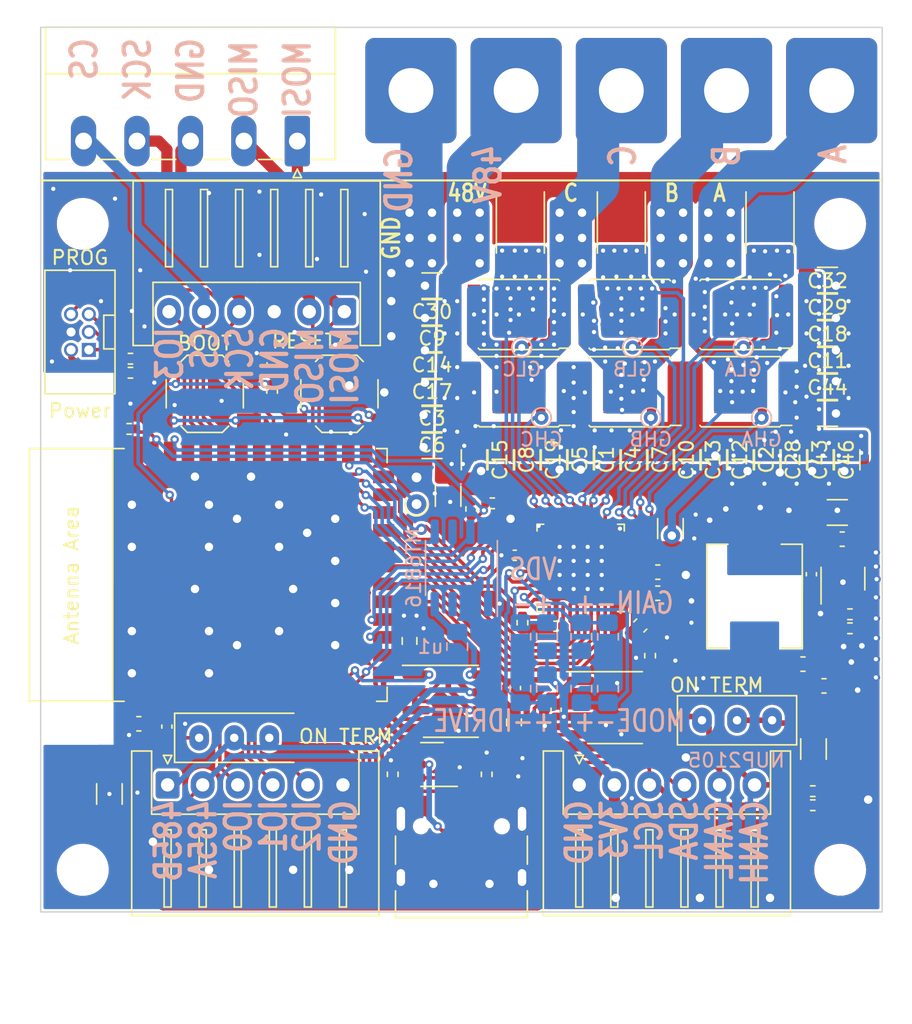
<source format=kicad_pcb>
(kicad_pcb (version 20211014) (generator pcbnew)
  (layers (0 "F.Cu" signal) (31 "B.Cu" signal) (34 "B.Paste" user) (35 "F.Paste" user) (36 "B.SilkS" user "B.Silkscreen") (37 "F.SilkS" user "F.Silkscreen") (38 "B.Mask" user) (39 "F.Mask" user) (44 "Edge.Cuts" user))
  (net 0 "")
  (net 1 "+48V")
  (net 2 "GND")
  (net 3 "Net-(C22-Pad1)")
  (net 4 "Net-(C23-Pad2)")
  (net 5 "Net-(C24-Pad1)")
  (net 6 "Net-(C24-Pad2)")
  (net 7 "Net-(C25-Pad1)")
  (net 8 "/SHA")
  (net 9 "/SHB")
  (net 10 "/SHC")
  (net 11 "/GHA")
  (net 12 "/GLA")
  (net 13 "/SPA")
  (net 14 "/GHB")
  (net 15 "/GLB")
  (net 16 "/SPB")
  (net 17 "/GHC")
  (net 18 "/GLC")
  (net 19 "/SPC")
  (net 22 "/IO3")
  (net 24 "+3V3")
  (net 25 "Net-(C27-Pad2)")
  (net 26 "Net-(R6-Pad2)")
  (net 27 "/SW")
  (net 28 "POS_MOSI")
  (net 29 "POS_MISO")
  (net 30 "POS_SCK")
  (net 31 "POS_CS")
  (net 32 "PROG_EN")
  (net 33 "PROG_TX")
  (net 34 "PROG_RX")
  (net 35 "PROG_IO0")
  (net 36 "+5V")
  (net 37 "Net-(J8-PadA5)")
  (net 38 "/USB+")
  (net 39 "/USB-")
  (net 41 "Net-(J8-PadB5)")
  (net 43 "CANH")
  (net 44 "CANL")
  (net 45 "SCL")
  (net 46 "SDA")
  (net 47 "Net-(R9-Pad1)")
  (net 48 "Net-(R10-Pad1)")
  (net 49 "CAN_TX")
  (net 50 "CAN_RX")
  (net 52 "Net-(D7-Pad2)")
  (net 53 "Net-(R11-Pad1)")
  (net 54 "/IO0")
  (net 55 "/IO1")
  (net 56 "/IO2")
  (net 57 "/SOC")
  (net 58 "/SOB")
  (net 59 "/SOA")
  (net 60 "/ENABLE")
  (net 61 "/INHA")
  (net 62 "/INLA")
  (net 63 "/INHB")
  (net 64 "/INLB")
  (net 65 "/INHC")
  (net 66 "/INLC")
  (net 67 "/FAULT")
  (net 68 "/MODE")
  (net 69 "/IDRIVE")
  (net 70 "/VDS")
  (net 71 "/GAIN")
  (net 72 "/CAL")
  (net 73 "RS485B")
  (net 74 "RS485A")
  (net 75 "Net-(R27-Pad2)")
  (net 76 "485_RO")
  (net 77 "485_DE")
  (net 78 "485_DI")
  (net 79 "POS_CS_EXT")
  (net 80 "VOLT")
  (net 81 "TEMP")
  (footprint "Package_DirectFET:DirectFET_ME" (layer "F.Cu") (at 132 114.95 180)
    (fp_text reference "Q3" hide)
    (fp_text value "IRF7480M")
  )
  (footprint "liebler_SEMICONDUCTORS:SOT-23_smaller_withoutSilkscreen" (layer "F.Cu") (at 118.7 132.6 90)
    (fp_text reference "D1" hide)
    (fp_text value "PSM712")
  )
  (footprint "liebler_PASSIVES:C_1206_3216Metric_smaller" (layer "F.Cu") (at 119.05 122.4 -90)
    (fp_text reference "C16" hide)
    (fp_text value "10u/50V")
  )
  (footprint "Resistor_SMD:R_2512_6332Metric" (layer "F.Cu") (at 131.4 102.9 90)
    (fp_text reference "R2" hide)
    (fp_text value "R001")
  )
  (footprint "liebler_PASSIVES:C_1206_3216Metric_smaller" (layer "F.Cu") (at 120.9 119.8 -90)
    (fp_text reference "C15")
    (fp_text value "10u/50V")
  )
  (footprint "liebler_CONN:Steckzunge_4_8mm" (layer "F.Cu") (at 116.4 93.5 180)
    (fp_text reference "J15" hide)
    (fp_text value "GND")
  )
  (footprint "Capacitor_SMD:C_0603_1608Metric" (layer "F.Cu") (at 134 127.8)
    (fp_text reference "C21" hide)
    (fp_text value "u1/50V")
  )
  (footprint "liebler_PASSIVES:C_1206_3216Metric_smaller" (layer "F.Cu") (at 117.9 115 180)
    (fp_text reference "C3")
    (fp_text value "10u/50V")
  )
  (footprint "Resistor_SMD:R_0402_1005Metric" (layer "F.Cu") (at 147.7 131.8)
    (fp_text reference "R6" hide)
    (fp_text value "47k")
  )
  (footprint "Capacitor_SMD:C_0402_1005Metric" (layer "F.Cu") (at 123.85 136.05 90)
    (fp_text reference "C35" hide)
    (fp_text value "u1")
  )
  (footprint "Capacitor_SMD:C_0603_1608Metric" (layer "F.Cu") (at 145.85 135.9)
    (fp_text reference "C37" hide)
    (fp_text value "22u")
  )
  (footprint "Resistor_SMD:R_1206_3216Metric_Pad1.30x1.75mm_HandSolder" (layer "F.Cu") (at 94.9 143.6 90)
    (fp_text reference "R27" hide)
    (fp_text value "K12")
  )
  (footprint "liebler_PASSIVES:C_1206_3216Metric_smaller" (layer "F.Cu") (at 143.7 119.8 -90)
    (fp_text reference "C43")
    (fp_text value "10u/50V")
  )
  (footprint "MountingHole:MountingHole_3.2mm_M3_DIN965" (layer "F.Cu") (at 93 149)
    (fp_text reference "H2" hide)
    (fp_text value "MountingHole")
  )
  (footprint "liebler_PASSIVES:C_1206_3216Metric_smaller" (layer "F.Cu") (at 117.9 113.1 180)
    (fp_text reference "C17")
    (fp_text value "10u/50V")
  )
  (footprint "Resistor_SMD:R_2512_6332Metric" (layer "F.Cu") (at 124.2 102.9 90)
    (fp_text reference "R3" hide)
    (fp_text value "R001")
  )
  (footprint "liebler_MECH:Switch_SS12D00" (layer "F.Cu") (at 139.65 138.35)
    (fp_text reference "SW1" hide)
    (fp_text value "ON TERM")
  )
  (footprint "Package_DirectFET:DirectFET_ME" (layer "F.Cu") (at 124.1 109.45 180)
    (fp_text reference "Q6" hide)
    (fp_text value "IRF7480M")
  )
  (footprint "liebler_PASSIVES:C_1206_3216Metric_smaller" (layer "F.Cu") (at 146.1 107)
    (fp_text reference "C31" hide)
    (fp_text value "10u/50V")
  )
  (footprint "Resistor_SMD:R_1206_3216Metric_Pad1.30x1.75mm_HandSolder" (layer "F.Cu") (at 145.1 140.4 -90)
    (fp_text reference "R10" hide)
    (fp_text value "K12")
  )
  (footprint "Resistor_SMD:R_0603_1608Metric" (layer "F.Cu") (at 123.75 138.5 -90)
    (fp_text reference "R26" hide)
    (fp_text value "1k")
  )
  (footprint "Resistor_SMD:R_0603_1608Metric" (layer "F.Cu") (at 116.3 132.7 90)
    (fp_text reference "R25" hide)
    (fp_text value "1k")
  )
  (footprint "liebler_CONN:IDC_2x03_P1.27mm_Vertical" (layer "F.Cu") (at 92.8 110.7 180)
    (fp_text reference "J7" hide)
    (fp_text value "PROG")
  )
  (footprint "Connector_USB:USB_C_Receptacle_HRO_TYPE-C-31-M-12" (layer "F.Cu") (at 120 148.5)
    (fp_text reference "J8" hide)
    (fp_text value "USB_C_Receptacle_USB2.0")
  )
  (footprint "Resistor_SMD:R_0402_1005Metric" (layer "F.Cu") (at 124.35 131.4 -90)
    (fp_text reference "R18" hide)
    (fp_text value "10k")
  )
  (footprint "liebler_CONN:Steckzunge_4_8mm" (layer "F.Cu") (at 131.4 93.5 180)
    (fp_text reference "J13" hide)
    (fp_text value "C")
  )
  (footprint "liebler_PASSIVES:C_1206_3216Metric_smaller" (layer "F.Cu") (at 146.1 108.9)
    (fp_text reference "C32")
    (fp_text value "10u/50V")
  )
  (footprint "Capacitor_SMD:C_0603_1608Metric" (layer "F.Cu") (at 97 138.6 180)
    (fp_text reference "C40" hide)
    (fp_text value "22uF")
  )
  (footprint "Inductor_SMD:L_Abracon_ASPI-0630LR" (layer "F.Cu") (at 140.9 129.5125 -90)
    (fp_text reference "L1" hide)
    (fp_text value "10uH")
  )
  (footprint "Package_TO_SOT_SMD:TSOT-23-6" (layer "F.Cu") (at 147.2 128.2625 90)
    (fp_text reference "U3" hide)
    (fp_text value "TP6841S6")
  )
  (footprint "liebler_PASSIVES:C_1206_3216Metric_smaller" (layer "F.Cu") (at 122.8 119.8 -90)
    (fp_text reference "C8")
    (fp_text value "10u/50V")
  )
  (footprint "liebler_PASSIVES:C_1206_3216Metric_smaller" (layer "F.Cu") (at 146.1 116.5)
    (fp_text reference "C44")
    (fp_text value "10u/50V")
  )
  (footprint "liebler_PASSIVES:C_1206_3216Metric_smaller" (layer "F.Cu") (at 117.9 116.9 180)
    (fp_text reference "C6")
    (fp_text value "10u/50V")
  )
  (footprint "Resistor_SMD:R_0402_1005Metric" (layer "F.Cu") (at 121.8 142.2 90)
    (fp_text reference "R5" hide)
    (fp_text value "5k1")
  )
  (footprint "Capacitor_SMD:C_0402_1005Metric" (layer "F.Cu") (at 126.7 131.65 180)
    (fp_text reference "C25" hide)
    (fp_text value "1u/6V3")
  )
  (footprint "liebler_PASSIVES:C_1206_3216Metric_smaller" (layer "F.Cu") (at 132.3 119.8 -90)
    (fp_text reference "C7")
    (fp_text value "10u/50V")
  )
  (footprint "MountingHole:MountingHole_3.2mm_M3_DIN965" (layer "F.Cu") (at 147 149)
    (fp_text reference "H4" hide)
    (fp_text value "MountingHole")
  )
  (footprint "Resistor_SMD:R_0402_1005Metric" (layer "F.Cu") (at 96.4 112.6 180)
    (fp_text reference "R12" hide)
    (fp_text value "10k")
  )
  (footprint "liebler_CONN:Steckzunge_4_8mm" (layer "F.Cu") (at 123.9 93.5 180)
    (fp_text reference "J14" hide)
    (fp_text value "48V")
  )
  (footprint "liebler_CONN:SolderWirePad_1x01_SMD_3x5mm" (layer "F.Cu") (at 117.1 104)
    (fp_text reference "J5" hide)
    (fp_text value "GND")
  )
  (footprint "Connector_Phoenix_MC:PhoenixContact_MC_1,5_5-G-3.81_1x05_P3.81mm_Horizontal" (layer "F.Cu") (at 108.3 97.1 180)
    (fp_text reference "J16" hide)
    (fp_text value "EXT_MAG")
  )
  (footprint "Resistor_THT:R_Axial_DIN0204_L3.6mm_D1.6mm_P1.90mm_Vertical" (layer "F.Cu") (at 116.8 122.955 90)
    (fp_text reference "TH1" hide)
    (fp_text value "Thermistor")
  )
  (footprint "Package_DirectFET:DirectFET_ME" (layer "F.Cu") (at 139.9 109.45 180)
    (fp_text reference "Q2" hide)
    (fp_text value "IRF7480M")
  )
  (footprint "Resistor_SMD:R_0402_1005Metric" (layer "F.Cu") (at 115.1 142.2 90)
    (fp_text reference "R4" hide)
    (fp_text value "5k1")
  )
  (footprint "MountingHole:MountingHole_3.2mm_M3_DIN965" (layer "F.Cu") (at 147 103)
    (fp_text reference "H1" hide)
    (fp_text value "MountingHole")
  )
  (footprint "Package_DirectFET:DirectFET_ME" (layer "F.Cu") (at 124.1 114.95 180)
    (fp_text reference "Q5" hide)
    (fp_text value "IRF7480M")
  )
  (footprint "MountingHole:MountingHole_3.2mm_M3_DIN965" (layer "F.Cu") (at 93 103)
    (fp_text reference "H3" hide)
    (fp_text value "MountingHole")
  )
  (footprint "Package_SO:SOIC-8_3.9x4.9mm_P1.27mm" (layer "F.Cu") (at 130.95 137.45)
    (fp_text reference "U6" hide)
    (fp_text value "SN65HVD230")
  )
  (footprint "Package_DirectFET:DirectFET_ME" (layer "F.Cu") (at 132 109.45 180)
    (fp_text reference "Q4" hide)
    (fp_text value "IRF7480M")
  )
  (footprint "Capacitor_SMD:C_0402_1005Metric" (layer "F.Cu") (at 99 138.8 90)
    (fp_text reference "C42" hide)
    (fp_text value "u1")
  )
  (footprint "Capacitor_SMD:C_0603_1608Metric" (layer "F.Cu") (at 147.15 125.45 180)
    (fp_text reference "C26" hide)
    (fp_text value "u1/50V")
  )
  (footprint "liebler_MECH:Switch_SS12D00" (layer "F.Cu") (at 103.8 139.6 180)
    (fp_text reference "SW3" hide)
    (fp_text value "ON TERM")
  )
  (footprint "Capacitor_SMD:C_0402_1005Metric" (layer "F.Cu") (at 144.95 127.95 -90)
    (fp_text reference "C27" hide)
    (fp_text value "u1")
  )
  (footprint "liebler_PASSIVES:C_1206_3216Metric_smaller" (layer "F.Cu") (at 130.4 119.8 -90)
    (fp_text reference "C4")
    (fp_text value "10u/50V")
  )
  (footprint "Connector_JST:JST_XH_S6B-XH-A_1x06_P2.50mm_Horizontal" (layer "F.Cu") (at 111.65 109.25 180)
    (fp_text reference "J6" hide)
    (fp_text value "EXT_MAG")
  )
  (footprint "Espressif:ESP32-S3-WROOM-1" (layer "F.Cu") (at 104.95 128 90)
    (fp_text reference "U2" hide)
    (fp_text value "ESP32-S3-WROOM-1")
  )
  (footprint "Capacitor_SMD:C_0603_1608Metric" (layer "F.Cu") (at 132.75 131.6 -135)
    (fp_text reference "C24" hide)
    (fp_text value "47n/50V")
  )
  (footprint "Resistor_SMD:R_0402_1005Metric" (layer "F.Cu") (at 145.05 143.4 180)
    (fp_text reference "R15" hide)
    (fp_text value "4k7")
  )
  (footprint "liebler_CONN:SolderWirePad_1x01_SMD_3x5mm" (layer "F.Cu") (at 135 104 180)
    (fp_text reference "J2" hide)
    (fp_text value "B")
  )
  (footprint "liebler_CONN:Steckzunge_4_8mm" (layer "F.Cu") (at 146.4 93.5 180)
    (fp_text reference "J11" hide)
    (fp_text value "A")
  )
  (footprint "Resistor_SMD:R_0402_1005Metric" (layer "F.Cu") (at 122.2 122.9)
    (fp_text reference "R29" hide)
    (fp_text value "1k")
  )
  (footprint "liebler_PASSIVES:C_1206_3216Metric_smaller" (layer "F.Cu") (at 146.1 110.8)
    (fp_text reference "C29")
    (fp_text value "10u/50V")
  )
  (footprint "liebler_PASSIVES:C_1206_3216Metric_smaller" (layer "F.Cu") (at 146.1 112.7)
    (fp_text reference "C18")
    (fp_text value "10u/50V")
  )
  (footprint "Capacitor_SMD:C_0402_1005Metric" (layer "F.Cu") (at 106.5 113 90)
    (fp_text reference "C41" hide)
    (fp_text value "u1")
  )
  (footprint "Resistor_SMD:R_0402_1005Metric" (layer "F.Cu") (at 106.5 114.9 90)
    (fp_text reference "R11" hide)
    (fp_text value "k1")
  )
  (footprint "liebler_PASSIVES:C_1206_3216Metric_smaller" (layer "F.Cu") (at 136.1 119.8 -90)
    (fp_text reference "C13")
    (fp_text value "10u/50V")
  )
  (footprint "liebler_PASSIVES:C_1206_3216Metric_smaller" (layer "F.Cu") (at 117.9 118.8 180)
    (fp_text reference "C39" hide)
    (fp_text value "10u/50V")
  )
  (footprint "liebler_PASSIVES:C_1206_3216Metric_smaller" (layer "F.Cu") (at 117.9 111.2 180)
    (fp_text reference "C14")
    (fp_text value "10u/50V")
  )
  (footprint "Connector_JST:JST_XH_S6B-XH-A_1x06_P2.50mm_Horizontal" (layer "F.Cu") (at 99.05 142.95)
    (fp_text reference "J10" hide)
    (fp_text value "Conn_01x06")
  )
  (footprint "Capacitor_SMD:C_0603_1608Metric" (layer "F.Cu") (at 144.35 134.35)
    (fp_text reference "C36" hide)
    (fp_text value "22u")
  )
  (footprint "Resistor_SMD:R_0402_1005Metric" (layer "F.Cu") (at 145.05 144.4 180)
    (fp_text reference "R14" hide)
    (fp_text value "4k7")
  )
  (footprint "liebler_PASSIVES:C_1206_3216Metric_smaller" (layer "F.Cu") (at 126.6 119.8 -90)
    (fp_text reference "C5")
    (fp_text value "10u/50V")
  )
  (footprint "Resistor_SMD:R_0402_1005Metric" (layer "F.Cu") (at 96.31 117.6)
    (fp_text reference "R30" hide)
    (fp_text value "10k")
  )
  (footprint "Resistor_SMD:R_0402_1005Metric" (layer "F.Cu") (at 147.7 130.8 180)
    (fp_text reference "R7" hide)
    (fp_text value "15k")
  )
  (footprint "Capacitor_SMD:C_0402_1005Metric" (layer "F.Cu") (at 126.75 137.6 90)
    (fp_text reference "C33" hide)
    (fp_text value "u1")
  )
  (footprint "Package_SO:SOIC-8_3.9x4.9mm_P1.27mm" (layer "F.Cu") (at 119.25 137)
    (fp_text reference "U7" hide)
    (fp_text value "SP3485")
  )
  (footprint "liebler_PASSIVES:C_1206_3216Metric_smaller" (layer "F.Cu") (at 139.9 119.8 -90)
    (fp_text reference "C2")
    (fp_text value "10u/50V")
  )
  (footprint "Capacitor_SMD:C_0603_1608Metric" (layer "F.Cu") (at 134 129.3 180)
    (fp_text reference "C23" hide)
    (fp_text value "1u/50V")
  )
  (footprint "liebler_CONN:Steckzunge_4_8mm" (layer "F.Cu") (at 138.9 93.5 180)
    (fp_text reference "J12" hide)
    (fp_text value "B")
  )
  (footprint "liebler_PASSIVES:C_1206_3216Metric_smaller" (layer "F.Cu") (at 138 119.8 -90)
    (fp_text reference "C12")
    (fp_text value "10u/50V")
  )
  (footprint "liebler_PASSIVES:C_1206_3216Metric_smaller" (layer "F.Cu") (at 141.8 119.8 -90)
    (fp_text reference "C28")
    (fp_text value "10u/50V")
  )
  (footprint "liebler_PASSIVES:C_1206_3216Metric_smaller" (layer "F.Cu") (at 124.7 119.8 -90)
    (fp_text reference "C19")
    (fp_text value "10u/50V")
  )
  (footprint "Package_TO_SOT_SMD:SOT-23-6" (layer "F.Cu") (at 117.9 141.5 180)
    (fp_text reference "U5" hide)
    (fp_text value "SRV05-4")
  )
  (footprint "Button_Switch_SMD:SW_SPST_TL3342" (layer "F.Cu") (at 111.3 115.1 180)
    (fp_text reference "SW2" hide)
    (fp_text value "RESET")
  )
  (footprint "liebler_PASSIVES:C_1206_3216Metric_smaller" (layer "F.Cu") (at 146.1 114.6)
    (fp_text reference "C11")
    (fp_text value "10u/50V")
  )
  (footprint "liebler_CONN:SolderWirePad_1x01_SMD_3x5mm" (layer "F.Cu") (at 127.8 104)
    (fp_text reference "J3" hide)
    (fp_text value "C")
  )
  (footprint "liebler_CONN:SolderWirePad_1x01_SMD_3x5mm" (layer "F.Cu") (at 138.4 104 180)
    (fp_text reference "J1" hide)
    (fp_text value "A")
  )
  (footprint "Button_Switch_SMD:SW_SPST_TL3342" (layer "F.Cu") (at 101.7 115.1)
    (fp_text reference "SW4" hide)
    (fp_text value "BOOT")
  )
  (footprint "Package_DirectFET:DirectFET_ME" (layer "F.Cu") (at 139.9 114.95 180)
    (fp_text reference "Q1" hide)
    (fp_text value "IRF7480M")
  )
  (footprint "liebler_OPTO:LED_0603_1608Metric" (layer "F.Cu") (at 96.4 115.6 90)
    (fp_text reference "D7" hide)
    (fp_text value "Power")
  )
  (footprint "liebler_PASSIVES:C_1206_3216Metric_smaller" (layer "F.Cu") (at 128.5 119.8 -90)
    (fp_text reference "C1")
    (fp_text value "10u/50V")
  )
  (footprint "Resistor_SMD:R_0402_1005Metric" (layer "F.Cu") (at 120.7 123.3 -90)
    (fp_text reference "R28" hide)
    (fp_text value "22k")
  )
  (footprint "liebler_PASSIVES:C_1206_3216Metric_smaller" (layer "F.Cu") (at 145.6 119.8 -90)
    (fp_text reference "C46")
    (fp_text value "10u/50V")
  )
  (footprint "liebler_PASSIVES:C_1206_3216Metric_smaller" (layer "F.Cu") (at 117.9 109.3 180)
    (fp_text reference "C9")
    (fp_text value "10u/50V")
  )
  (footprint "Package_DFN_QFN:Texas_S-PVQFN-N40_EP4.15x4.15mm_ThermalVias" (layer "F.Cu") (at 128.5 127.5 180)
    (fp_text reference "U1" hide)
    (fp_text value "DRV8323HRTAR")
  )
  (footprint "Resistor_SMD:R_0402_1005Metric" (layer "F.Cu") (at 133.45 133.75 90)
    (fp_text reference "R9" hide)
    (fp_text value "10k")
  )
  (footprint "liebler_PASSIVES:C_1206_3216Metric_smaller" (layer "F.Cu") (at 147.5 119.8 -90)
    (fp_text reference "C45" hide)
    (fp_text value "10u/50V")
  )
  (footprint "Capacitor_SMD:C_1206_3216Metric" (layer "F.Cu") (at 134.9 124.7 -90)
    (fp_text reference "C20" hide)
    (fp_text value "10u/50V")
  )
  (footprint "Capacitor_SMD:C_0402_1005Metric" (layer "F.Cu") (at 123.8 126.6 180)
    (fp_text reference "C22" hide)
    (fp_text value "u1")
  )
  (footprint "liebler_CONN:SolderWirePad_1x01_SMD_3x5mm" (layer "F.Cu") (at 120.5 104)
    (fp_text reference "J4" hide)
    (fp_text value "48V")
  )
  (footprint "Connector_JST:JST_XH_S6B-XH-A_1x06_P2.50mm_Horizontal" (layer "F.Cu") (at 128.4 142.95)
    (fp_text reference "J9" hide)
    (fp_text value "Conn_01x06")
  )
  (footprint "liebler_PASSIVES:C_1206_3216Metric_smaller" (layer "F.Cu") (at 146.8 123.55 180)
    (fp_text reference "C38" hide)
    (fp_text value "10u/50V")
  )
  (footprint "liebler_PASSIVES:C_1206_3216Metric_smaller" (layer "F.Cu") (at 134.2 119.8 -90)
    (fp_text reference "C10")
    (fp_text value "10u/50V")
  )
  (footprint "Resistor_SMD:R_2512_6332Metric" (layer "F.Cu") (at 142 102.9 90)
    (fp_text reference "R1" hide)
    (fp_text value "R001")
  )
  (footprint "liebler_PASSIVES:C_1206_3216Metric_smaller" (layer "F.Cu") (at 117.9 107.4 180)
    (fp_text reference "C30")
    (fp_text value "10u/50V")
  )
  (footprint "Resistor_SMD:R_0402_1005Metric" (layer "F.Cu") (at 96.4 113.6 180)
    (fp_text reference "R13" hide)
    (fp_text value "k22")
  )
  (footprint "Resistor_SMD:R_0805_2012Metric_Pad1.20x1.40mm_HandSolder" (layer "B.Cu") (at 124.2 136.1 90)
    (fp_text reference "R20" hide)
    (fp_text value "xxk")
  )
  (footprint "TestPoint:TestPoint_THTPad_D1.0mm_Drill0.5mm" (layer "B.Cu") (at 133.5 116.8 180)
    (fp_text reference "TP3" hide)
    (fp_text value "GHB")
  )
  (footprint "Resistor_SMD:R_0805_2012Metric_Pad1.20x1.40mm_HandSolder" (layer "B.Cu") (at 128.55 132.4 90)
    (fp_text reference "R16" hide)
    (fp_text value "yyk")
  )
  (footprint "Resistor_SMD:R_0805_2012Metric_Pad1.20x1.40mm_HandSolder" (layer "B.Cu") (at 130.45 136.1 90)
    (fp_text reference "R22" hide)
    (fp_text value "xxk")
  )
  (footprint "TestPoint:TestPoint_THTPad_D1.0mm_Drill0.5mm" (layer "B.Cu") (at 125.7 116.8 180)
    (fp_text reference "TP5" hide)
    (fp_text value "GHC")
  )
  (footprint "Resistor_SMD:R_0805_2012Metric_Pad1.20x1.40mm_HandSolder" (layer "B.Cu") (at 130.45 132.4 -90)
    (fp_text reference "R17" hide)
    (fp_text value "xxk")
  )
  (footprint "TestPoint:TestPoint_THTPad_D1.0mm_Drill0.5mm" (layer "B.Cu") (at 141.4 116.8 180)
    (fp_text reference "TP1" hide)
    (fp_text value "GHA")
  )
  (footprint "Resistor_SMD:R_0805_2012Metric_Pad1.20x1.40mm_HandSolder" (layer "B.Cu") (at 126.1 132.4 90)
    (fp_text reference "R23" hide)
    (fp_text value "yyk")
  )
  (footprint "Resistor_SMD:R_0805_2012Metric_Pad1.20x1.40mm_HandSolder" (layer "B.Cu") (at 126.1 136.1 -90)
    (fp_text reference "R19" hide)
    (fp_text value "yyk")
  )
  (footprint "Resistor_SMD:R_0805_2012Metric_Pad1.20x1.40mm_HandSolder" (layer "B.Cu") (at 124.2 132.4 -90)
    (fp_text reference "R24" hide)
    (fp_text value "xxk")
  )
  (footprint "Capacitor_SMD:C_0805_2012Metric_Pad1.18x1.45mm_HandSolder" (layer "B.Cu") (at 119.7 133.1 90)
    (fp_text reference "C34" hide)
    (fp_text value "u1")
  )
  (footprint "TestPoint:TestPoint_THTPad_D1.0mm_Drill0.5mm" (layer "B.Cu") (at 124.3 111.8 180)
    (fp_text reference "TP6" hide)
    (fp_text value "GLC")
  )
  (footprint "TestPoint:TestPoint_THTPad_D1.0mm_Drill0.5mm" (layer "B.Cu") (at 132.2 111.8 180)
    (fp_text reference "TP4" hide)
    (fp_text value "GLB")
  )
  (footprint "Package_SO:SO-8_3.9x4.9mm_P1.27mm" (layer "B.Cu") (at 120 127.5 90)
    (fp_text reference "U4" hide)
    (fp_text value "MT6816")
  )
  (footprint "Package_TO_SOT_SMD:SOT-23_Handsoldering" (layer "B.Cu") (at 139.65 146.6 -90)
    (fp_text reference "D6" hide)
    (fp_text value "NUP2105")
  )
  (footprint "Resistor_SMD:R_0805_2012Metric_Pad1.20x1.40mm_HandSolder" (layer "B.Cu") (at 128.55 136.1 -90)
    (fp_text reference "R21" hide)
    (fp_text value "yyk")
  )
  (footprint "TestPoint:TestPoint_THTPad_D1.0mm_Drill0.5mm" (layer "B.Cu") (at 140.1 111.8 180)
    (fp_text reference "TP2" hide)
    (fp_text value "GLA")
  )
  (gr_line (start 90 99.9) (end 150 99.9) (layer "F.SilkS") (width 0.15))
  (gr_rect (start 90 89) (end 150 152) (layer "Edge.Cuts") (width 0.1) (fill none))
  (gr_text "MISO" (at 104.5 89.8 90) (layer "B.SilkS") (effects (font (size 1.8 1.5) (thickness 0.3)) (justify left mirror)))
  (gr_text "CS" (at 93.1 89.6 90) (layer "B.SilkS") (effects (font (size 1.8 1.5) (thickness 0.3)) (justify left mirror)))
  (gr_text "B" (at 138.9 97.2 90) (layer "B.SilkS") (effects (font (size 1.8 1.5) (thickness 0.3)) (justify left mirror)))
  (gr_text "CS" (at 101.7 110.2 90) (layer "B.SilkS") (effects (font (size 1.8 1.5) (thickness 0.3)) (justify left mirror)))
  (gr_text "CANL" (at 138.4 143.893197 90) (layer "B.SilkS") (effects (font (size 1.8 1.5) (thickness 0.3)) (justify left mirror)))
  (gr_text "SDA" (at 135.9 143.886301 90) (layer "B.SilkS") (effects (font (size 1.8 1.5) (thickness 0.3)) (justify left mirror)))
  (gr_text "IO2" (at 109 143.865612 90) (layer "B.SilkS") (effects (font (size 1.8 1.5) (thickness 0.3)) (justify left mirror)))
  (gr_text "GND" (at 115.55 97.4 90) (layer "B.SilkS") (effects (font (size 1.8 1.5) (thickness 0.3)) (justify left mirror)))
  (gr_text "MODE-+" (at 132 138.4) (layer "B.SilkS") (effects (font (size 1.5 1.2) (thickness 0.2)) (justify mirror)))
  (gr_text "GAIN-+" (at 131.6 130) (layer "B.SilkS") (effects (font (size 1.5 1.2) (thickness 0.2)) (justify mirror)))
  (gr_text "+-IDRIVE" (at 122.3 138.4) (layer "B.SilkS") (effects (font (size 1.5 1.2) (thickness 0.2)) (justify mirror)))
  (gr_text "485A" (at 101.6 143.844924 90) (layer "B.SilkS") (effects (font (size 1.8 1.5) (thickness 0.3)) (justify left mirror)))
  (gr_text "CANH" (at 140.9 143.9 90) (layer "B.SilkS") (effects (font (size 1.8 1.5) (thickness 0.3)) (justify left mirror)))
  (gr_text "GND" (at 111.6 143.865613 90) (layer "B.SilkS") (effects (font (size 1.8 1.5) (thickness 0.3)) (justify left mirror)))
  (gr_text "MISO" (at 109.2 110.2 90) (layer "B.SilkS") (effects (font (size 1.8 1.5) (thickness 0.3)) (justify left mirror)))
  (gr_text "IO3" (at 99.2 110.2 90) (layer "B.SilkS") (effects (font (size 1.8 1.5) (thickness 0.3)) (justify left mirror)))
  (gr_text "IO0" (at 104.1 143.85182 90) (layer "B.SilkS") (effects (font (size 1.8 1.5) (thickness 0.3)) (justify left mirror)))
  (gr_text "IO1" (at 106.6 143.858716 90) (layer "B.SilkS") (effects (font (size 1.8 1.5) (thickness 0.3)) (justify left mirror)))
  (gr_text "GND" (at 106.7 110.2 90) (layer "B.SilkS") (effects (font (size 1.8 1.5) (thickness 0.3)) (justify left mirror)))
  (gr_text "485B" (at 99.1 143.838028 90) (layer "B.SilkS") (effects (font (size 1.8 1.5) (thickness 0.3)) (justify left mirror)))
  (gr_text "A" (at 146.5 97.2 90) (layer "B.SilkS") (effects (font (size 1.8 1.5) (thickness 0.3)) (justify left mirror)))
  (gr_text "MOSI" (at 111.7 110.2 90) (layer "B.SilkS") (effects (font (size 1.8 1.5) (thickness 0.3)) (justify left mirror)))
  (gr_text "MOSI" (at 108.3 89.8 90) (layer "B.SilkS") (effects (font (size 1.8 1.5) (thickness 0.3)) (justify left mirror)))
  (gr_text "SCK" (at 104.2 110.2 90) (layer "B.SilkS") (effects (font (size 1.8 1.5) (thickness 0.3)) (justify left mirror)))
  (gr_text "3V3" (at 130.9 143.872509 90) (layer "B.SilkS") (effects (font (size 1.8 1.5) (thickness 0.3)) (justify left mirror)))
  (gr_text "GND" (at 128.4 143.865613 90) (layer "B.SilkS") (effects (font (size 1.8 1.5) (thickness 0.3)) (justify left mirror)))
  (gr_text "VDS\n+-" (at 125.1 128.8) (layer "B.SilkS") (effects (font (size 1.5 1.2) (thickness 0.2)) (justify mirror)))
  (gr_text "SCK" (at 96.9 89.6 90) (layer "B.SilkS") (effects (font (size 1.8 1.5) (thickness 0.3)) (justify left mirror)))
  (gr_text "C" (at 131.5 97.2 90) (layer "B.SilkS") (effects (font (size 1.8 1.5) (thickness 0.3)) (justify left mirror)))
  (gr_text "SCL" (at 133.4 143.879405 90) (layer "B.SilkS") (effects (font (size 1.8 1.5) (thickness 0.3)) (justify left mirror)))
  (gr_text "48V" (at 121.9 97.2 90) (layer "B.SilkS") (effects (font (size 1.8 1.5) (thickness 0.3)) (justify left mirror)))
  (gr_text "GND" (at 100.7 89.6 90) (layer "B.SilkS") (effects (font (size 1.8 1.5) (thickness 0.3)) (justify left mirror)))
  (gr_text "A" (at 138.4 100.8) (layer "F.SilkS") (effects (font (size 1.2 1) (thickness 0.2))))
  (gr_text "C" (at 127.8 100.8) (layer "F.SilkS") (effects (font (size 1.2 1) (thickness 0.2))))
  (gr_text "48V" (at 120.4 100.8) (layer "F.SilkS") (effects (font (size 1.2 1) (thickness 0.2))))
  (gr_text "B" (at 135 100.8) (layer "F.SilkS") (effects (font (size 1.2 1) (thickness 0.2))))
  (gr_text "GND" (at 115 104 90) (layer "F.SilkS") (effects (font (size 1.2 1) (thickness 0.2))))
  (segment (start 120.59 122.79) (end 119.05 121.25) (width 0.4) (layer "F.Cu") (net 1))
  (segment (start 147.3 118.575) (end 147.775 118.575) (width 0.6) (layer "F.Cu") (net 1))
  (segment (start 132.775 128.25) (end 133.225 127.8) (width 0.25) (layer "F.Cu") (net 1))
  (segment (start 133.175 127.75) (end 133.225 127.8) (width 0.25) (layer "F.Cu") (net 1))
  (segment (start 120.7 122.79) (end 120.59 122.79) (width 0.4) (layer "F.Cu") (net 1))
  (segment (start 148.75 125.0625) (end 147.2 126.6125) (width 0.6) (layer "F.Cu") (net 1))
  (segment (start 131.4375 127.75) (end 133.175 127.75) (width 0.25) (layer "F.Cu") (net 1))
  (segment (start 133.225 127.8) (end 133.225 127.3825) (width 0.6) (layer "F.Cu") (net 1))
  (segment (start 135 125.2) (end 135 125.6075) (width 0.6) (layer "F.Cu") (net 1))
  (segment (start 131.4375 128.25) (end 131.4375 127.75) (width 0.25) (layer "F.Cu") (net 1))
  (segment (start 148.15 126.6125) (end 148.15 125.6625) (width 0.6) (layer "F.Cu") (net 1))
  (segment (start 133.225 127.8) (end 133.275 127.8) (width 0.25) (layer "F.Cu") (net 1))
  (segment (start 148.75 122.4) (end 148.75 125.0625) (width 0.6) (layer "F.Cu") (net 1))
  (segment (start 148.5 119.3) (end 148.75 119.55) (width 0.6) (layer "F.Cu") (net 1))
  (segment (start 148.75 119.55) (end 148.75 122.4) (width 0.6) (layer "F.Cu") (net 1))
  (segment (start 148.75 122.4) (end 148.75 123.075) (width 0.6) (layer "F.Cu") (net 1))
  (segment (start 138.1 119.5) (end 138.1 118.575) (width 0.6) (layer "F.Cu") (net 1))
  (segment (start 133.275 127.8) (end 134.775 129.3) (width 0.25) (layer "F.Cu") (net 1))
  (segment (start 131.4375 128.25) (end 132.775 128.25) (width 0.25) (layer "F.Cu") (net 1))
  (segment (start 119.05 121.25) (end 119.05 120.925) (width 0.4) (layer "F.Cu") (net 1))
  (segment (start 134.4325 126.175) (end 134.9 126.175) (width 0.6) (layer "F.Cu") (net 1))
  (segment (start 133.225 127.3825) (end 134.4325 126.175) (width 0.6) (layer "F.Cu") (net 1))
  (segment (start 147.775 118.575) (end 148.5 119.3) (width 0.6) (layer "F.Cu") (net 1))
  (segment (start 148.75 123.075) (end 148.275 123.55) (width 0.6) (layer "F.Cu") (net 1))
  (segment (start 148.15 125.6625) (end 148.75 125.0625) (width 0.6) (layer "F.Cu") (net 1))
  (via (at 145.5 109.4) (size 0.6) (drill 0.3) (layers "F.Cu" "B.Cu") (net 1))
  (via (at 141.6 118.4) (size 0.6) (drill 0.3) (layers "F.Cu" "B.Cu") (net 1))
  (via (at 142.4 117.8) (size 0.6) (drill 0.3) (layers "F.Cu" "B.Cu") (net 1))
  (via (at 128 113.2) (size 0.6) (drill 0.3) (layers "F.Cu" "B.Cu") (net 1))
  (via (at 119.7 117.8) (size 0.6) (drill 0.3) (layers "F.Cu" "B.Cu") (net 1))
  (via (at 138.1 119.5) (size 1.2) (drill 0.6) (layers "F.Cu" "B.Cu") (net 1))
  (via (at 119.7 110.8) (size 0.6) (drill 0.3) (layers "F.Cu" "B.Cu") (net 1))
  (via (at 119.7 104) (size 1.2) (drill 0.6) (layers "F.Cu" "B.Cu") (net 1))
  (via (at 141.3 119.5) (size 0.6) (drill 0.3) (layers "F.Cu" "B.Cu") (net 1))
  (via (at 120.2 118.8) (size 0.6) (drill 0.3) (layers "F.Cu" "B.Cu") (net 1))
  (via (at 143.9 116.8) (size 0.6) (drill 0.3) (layers "F.Cu" "B.Cu") (net 1))
  (via (at 144.6 108.5) (size 0.6) (drill 0.3) (layers "F.Cu" "B.Cu") (net 1))
  (via (at 145.8 119.5) (size 0.6) (drill 0.3) (layers "F.Cu" "B.Cu") (net 1))
  (via (at 145.5 108.5) (size 0.6) (drill 0.3) (layers "F.Cu" "B.Cu") (net 1))
  (via (at 142.7 119.5) (size 0.6) (drill 0.3) (layers "F.Cu" "B.Cu") (net 1))
  (via (at 144.5 113.1) (size 0.6) (drill 0.3) (layers "F.Cu" "B.Cu") (net 1))
  (via (at 119.7 113.2) (size 0.6) (drill 0.3) (layers "F.Cu" "B.Cu") (net 1))
  (via (at 139.4 119.5) (size 0.6) (drill 0.3) (layers "F.Cu" "B.Cu") (net 1))
  (via (at 143.9 114.6) (size 0.6) (drill 0.3) (layers "F.Cu" "B.Cu") (net 1))
  (via (at 143.8 115.7) (size 0.6) (drill 0.3) (layers "F.Cu" "B.Cu") (net 1))
  (via (at 128.8 115) (size 0.6) (drill 0.3) (layers "F.Cu" "B.Cu") (net 1))
  (via (at 127.1 118.9) (size 0.6) (drill 0.3) (layers "F.Cu" "B.Cu") (net 1))
  (via (at 121 117.4) (size 0.6) (drill 0.3) (layers "F.Cu" "B.Cu") (net 1))
  (via (at 118.8 110.8) (size 0.6) (drill 0.3) (layers "F.Cu" "B.Cu") (net 1))
  (via (at 145.5 112.4) (size 0.6) (drill 0.3) (layers "F.Cu" "B.Cu") (net 1))
  (via (at 118.8 115.4) (size 0.6) (drill 0.3) (layers "F.Cu" "B.Cu") (net 1))
  (via (at 121.3 102.2) (size 1.2) (drill 0.6) (layers "F.Cu" "B.Cu") (net 1))
  (via (at 145.5 113.4) (size 0.6) (drill 0.3) (layers "F.Cu" "B.Cu") (net 1))
  (via (at 139.2 118.4) (size 0.6) (drill 0.3) (layers "F.Cu" "B.Cu") (net 1))
  (via (at 132 117.7) (size 0.6) (drill 0.3) (layers "F.Cu" "B.Cu") (net 1))
  (via (at 145.5 106.7) (size 0.6) (drill 0.3) (layers "F.Cu" "B.Cu") (net 1))
  (via (at 145.5 117.6) (size 0.6) (drill 0.3) (layers "F.Cu" "B.Cu") (net 1))
  (via (at 145.5 110.5) (size 0.6) (drill 0.3) (layers "F.Cu" "B.Cu") (net 1))
  (via (at 145.5 107.5) (size 0.6) (drill 0.3) (layers "F.Cu" "B.Cu") (net 1))
  (via (at 118.8 117.7) (size 0.6) (drill 0.3) (layers "F.Cu" "B.Cu") (net 1))
  (via (at 148.5 118.1) (size 0.6) (drill 0.3) (layers "F.Cu" "B.Cu") (net 1))
  (via (at 145.5 116.2) (size 0.6) (drill 0.3) (layers "F.Cu" "B.Cu") (net 1))
  (via (at 121.3 105.8) (size 1.2) (drill 0.6) (layers "F.Cu" "B.Cu") (net 1))
  (via (at 129.5 117.7) (size 0.6) (drill 0.3) (layers "F.Cu" "B.Cu") (net 1))
  (via (at 143.5 117.8) (size 0.6) (drill 0.3) (layers "F.Cu" "B.Cu") (net 1))
  (via (at 130.7 117.7) (size 0.6) (drill 0.3) (layers "F.Cu" "B.Cu") (net 1))
  (via (at 144.6 110.8) (size 0.6) (drill 0.3) (layers "F.Cu" "B.Cu") (net 1))
  (via (at 144.6 115.3) (size 0.6) (drill 0.3) (layers "F.Cu" "B.Cu") (net 1))
  (via (at 146.2 118.6) (size 0.6) (drill 0.3) (layers "F.Cu" "B.Cu") (net 1))
  (via (at 119.3 120.1) (size 0.6) (drill 0.3) (layers "F.Cu" "B.Cu") (net 1))
  (via (at 145.5 114.7) (size 0.6) (drill 0.3) (layers "F.Cu" "B.Cu") (net 1))
  (via (at 120.9 115) (size 0.6) (drill 0.3) (layers "F.Cu" "B.Cu") (net 1))
  (via (at 120.1 120.1) (size 0.6) (drill 0.3) (layers "F.Cu" "B.Cu") (net 1))
  (via (at 119.7 102.2) (size 1.2) (drill 0.6) (layers "F.Cu" "B.Cu") (net 1))
  (via (at 128 115.4) (size 0.6) (drill 0.3) (layers "F.Cu" "B.Cu") (net 1))
  (via (at 143.9 118.5) (size 0.6) (drill 0.3) (layers "F.Cu" "B.Cu") (net 1))
  (via (at 143.1 115) (size 0.6) (drill 0.3) (layers "F.Cu" "B.Cu") (net 1))
  (via (at 118.8 113.2) (size 0.6) (drill 0.3) (layers "F.Cu" "B.Cu") (net 1))
  (via (at 128 116.4) (size 0.6) (drill 0.3) (layers "F.Cu" "B.Cu") (net 1))
  (via (at 122.3 117.4) (size 0.6) (drill 0.3) (layers "F.Cu" "B.Cu") (net 1))
  (via (at 119.7 115.4) (size 0.6) (drill 0.3) (layers "F.Cu" "B.Cu") (net 1))
  (via (at 148.5 119.3) (size 0.6) (drill 0.3) (layers "F.Cu" "B.Cu") (net 1))
  (via (at 121.3 104) (size 1.2) (drill 0.6) (layers "F.Cu" "B.Cu") (net 1))
  (via (at 135 125.2) (size 1.2) (drill 0.6) (layers "F.Cu" "B.Cu") (net 1))
  (via (at 129.5 118.9) (size 0.6) (drill 0.3) (layers "F.Cu" "B.Cu") (net 1))
  (via (at 143.8 119.5) (size 0.6) (drill 0.3) (layers "F.Cu" "B.Cu") (net 1))
  (via (at 143.9 113.5) (size 0.6) (drill 0.3) (layers "F.Cu" "B.Cu") (net 1))
  (via (at 127.3 114.9) (size 0.6) (drill 0.3) (layers "F.Cu" "B.Cu") (net 1))
  (via (at 145.5 111.5) (size 0.6) (drill 0.3) (layers "F.Cu" "B.Cu") (net 1))
  (via (at 127.1 117.7) (size 0.6) (drill 0.3) (layers "F.Cu" "B.Cu") (net 1))
  (via (at 128 114.3) (size 0.6) (drill 0.3) (layers "F.Cu" "B.Cu") (net 1))
  (via (at 118.8 108.5) (size 0.6) (drill 0.3) (layers "F.Cu" "B.Cu") (net 1))
  (via (at 128 117.4) (size 0.6) (drill 0.3) (layers "F.Cu" "B.Cu") (net 1))
  (via (at 146.9 119.5) (size 0.6) (drill 0.3) (layers "F.Cu" "B.Cu") (net 1))
  (via (at 119.7 108.5) (size 0.6) (drill 0.3) (layers "F.Cu" "B.Cu") (net 1))
  (segment (start 123.9 93.5) (end 123.9 95.6) (width 3) (layer "B.Cu") (net 1))
  (segment (start 120.45 99.05) (end 120.45 105.35) (width 3) (layer "B.Cu") (net 1))
  (segment (start 138.1 120.4) (end 138.1 119.5) (width 0.6) (layer "B.Cu") (net 1))
  (segment (start 135 125.2) (end 135 123.5) (width 0.6) (layer "B.Cu") (net 1))
  (segment (start 123.9 95.6) (end 120.45 99.05) (width 3) (layer "B.Cu") (net 1))
  (segment (start 135 123.5) (end 138.1 120.4) (width 0.6) (layer "B.Cu") (net 1))
  (segment (start 125.96 131.91) (end 126.22 131.65) (width 0.4) (layer "F.Cu") (net 2))
  (segment (start 124.35 131.91) (end 125.96 131.91) (width 0.4) (layer "F.Cu") (net 2))
  (segment (start 106.65 109.25) (end 106.65 109.4) (width 0.25) (layer "F.Cu") (net 2))
  (segment (start 128.475 136.815) (end 127.835 136.815) (width 0.4) (layer "F.Cu") (net 2))
  (segment (start 127.835 136.815) (end 127.53 137.12) (width 0.4) (layer "F.Cu") (net 2))
  (segment (start 122.722812 130.339416) (end 124.293396 131.91) (width 0.4) (layer "F.Cu") (net 2))
  (segment (start 124.293396 131.91) (end 124.35 131.91) (width 0.4) (layer "F.Cu") (net 2))
  (segment (start 126.75 130.4375) (end 126.75 131.112391) (width 0.25) (layer "F.Cu") (net 2))
  (segment (start 127.53 137.12) (end 126.75 137.12) (width 0.4) (layer "F.Cu") (net 2))
  (segment (start 126.75 131.112391) (end 126.22 131.642391) (width 0.25) (layer "F.Cu") (net 2))
  (segment (start 100 102.6) (end 100 97.78) (width 0.8) (layer "F.Cu") (net 2))
  (segment (start 106.65 109.25) (end 100 102.6) (width 0.8) (layer "F.Cu") (net 2))
  (segment (start 122.722812 130.043287) (end 122.722812 130.339416) (width 0.4) (layer "F.Cu") (net 2))
  (segment (start 100 97.78) (end 100.68 97.1) (width 0.8) (layer "F.Cu") (net 2))
  (segment (start 126.22 131.642391) (end 126.22 131.65) (width 0.25) (layer "F.Cu") (net 2))
  (via (at 125.95 138.75) (size 0.6) (drill 0.3) (layers "F.Cu" "B.Cu") (net 2))
  (via (at 140.3 136.4) (size 0.6) (drill 0.3) (layers "F.Cu" "B.Cu") (net 2))
  (via (at 113.2 106.4) (size 0.6) (drill 0.3) (layers "F.Cu" "B.Cu") (net 2))
  (via (at 112 149) (size 1.2) (drill 0.6) (layers "F.Cu" "B.Cu") (net 2))
  (via (at 136.4 129.85) (size 0.8) (drill 0.4) (layers "F.Cu" "B.Cu") (net 2))
  (via (at 102 135) (size 1.2) (drill 0.6) (layers "F.Cu" "B.Cu") (net 2))
  (via (at 96.5 109.2) (size 0.6) (drill 0.3) (layers "F.Cu" "B.Cu") (net 2))
  (via (at 101 121) (size 1.2) (drill 0.6) (layers "F.Cu" "B.Cu") (net 2))
  (via (at 105.4 112.2) (size 0.6) (drill 0.3) (layers "F.Cu" "B.Cu") (net 2))
  (via (at 146.7 112) (size 1.2) (drill 0.6) (layers "F.Cu" "B.Cu") (net 2))
  (via (at 111 127) (size 1.2) (drill 0.6) (layers "F.Cu" "B.Cu") (net 2))
  (via (at 137.25 135.35) (size 0.6) (drill 0.3) (layers "F.Cu" "B.Cu") (net 2))
  (via (at 118 150) (size 1.2) (drill 0.6) (layers "F.Cu" "B.Cu") (net 2))
  (via (at 149.5495 127.4) (size 0.6) (drill 0.3) (layers "F.Cu" "B.Cu") (net 2))
  (via (at 131.4 139.35) (size 0.6) (drill 0.3) (layers "F.Cu" "B.Cu") (net 2))
  (via (at 107 126) (size 1.2) (drill 0.6) (layers "F.Cu" "B.Cu") (net 2))
  (via (at 147.3 120.6) (size 1.2) (drill 0.6) (layers "F.Cu" "B.Cu") (net 2))
  (via (at 96.5 126) (size 1.2) (drill 0.6) (layers "F.Cu" "B.Cu") (net 2))
  (via (at 122.85 126.6) (size 0.6) (drill 0.3) (layers "F.Cu" "B.Cu") (net 2))
  (via (at 122.722812 130.043287) (size 0.6) (drill 0.3) (layers "F.Cu" "B.Cu") (net 2))
  (via (at 102 149) (size 1.2) (drill 0.6) (layers "F.Cu" "B.Cu") (net 2))
  (via (at 121.8 140.65) (size 0.6) (drill 0.3) (layers "F.Cu" "B.Cu") (net 2))
  (via (at 146.8 123.4) (size 0.8) (drill 0.4) (layers "F.Cu" "B.Cu") (net 2))
  (via (at 149.5495 132.5) (size 0.6) (drill 0.3) (layers "F.Cu" "B.Cu") (net 2))
  (via (at 104 133) (size 1.2) (drill 0.6) (layers "F.Cu" "B.Cu") (net 2))
  (via (at 149.5495 131.1) (size 0.6) (drill 0.3) (layers "F.Cu" "B.Cu") (net 2))
  (via (at 109 125) (size 1.2) (drill 0.6) (layers "F.Cu" "B.Cu") (net 2))
  (via (at 146.2 121.5) (size 0.6) (drill 0.3) (layers "F.Cu" "B.Cu") (net 2))
  (via (at 99.55 115.9) (size 0.6) (drill 0.3) (layers "F.Cu" "B.Cu") (net 2))
  (via (at 102 123) (size 1.2) (drill 0.6) (layers "F.Cu" "B.Cu") (net 2))
  (via (at 125.5 124.5) (size 0.6) (drill 0.3) (layers "F.Cu" "B.Cu") (net 2))
  (via (at 117.3 118.9) (size 1.2) (drill 0.6) (layers "F.Cu" "B.Cu") (net 2))
  (via (at 96.5 123) (size 1.2) (drill 0.6) (layers "F.Cu" "B.Cu") (net 2))
  (via (at 149.5495 134) (size 0.6) (drill 0.3) (layers "F.Cu" "B.Cu") (net 2))
  (via (at 117.4 107.4) (size 1.2) (drill 0.6) (layers "F.Cu" "B.Cu") (net 2))
  (via (at 139.1 120.4) (size 0.6) (drill 0.3) (layers "F.Cu" "B.Cu") (net 2))
  (via (at 110 100.9) (size 0.6) (drill 0.3) (layers "F.Cu" "B.Cu") (net 2))
  (via (at 111 124) (size 1.2) (drill 0.6) (layers "F.Cu" "B.Cu") (net 2))
  (via (at 136.4 131.4) (size 0.6) (drill 0.3) (layers "F.Cu" "B.Cu") (net 2))
  (via (at 136 128) (size 1.2) (drill 0.6) (layers "F.Cu" "B.Cu") (net 2))
  (via (at 114.9695 141.2) (size 0.6) (drill 0.3) (layers "F.Cu" "B.Cu") (net 2))
  (via (at 130.3 138.7) (size 0.6) (drill 0.3) (layers "F.Cu" "B.Cu") (net 2))
  (via (at 107.5 118) (size 0.6) (drill 0.3) (layers "F.Cu" "B.Cu") (net 2))
  (via (at 90.8 112.8) (size 0.6) (drill 0.3) (layers "F.Cu" "B.Cu") (net 2))
  (via (at 97.4 110.3) (size 0.6) (drill 0.3) (layers "F.Cu" "B.Cu") (net 2))
  (via (at 108.1 110.7) (size 0.6) (drill 0.3) (layers "F.Cu" "B.Cu") (net 2))
  (via (at 105.6 100.7) (size 0.6) (drill 0.3) (layers "F.Cu" "B.Cu") (net 2))
  (via (at 127 120.5) (size 1.2) (drill 0.6) (layers "F.Cu" "B.Cu") (net 2))
  (via (at 147.6 113.1) (size 0.6) (drill 0.3) (layers "F.Cu" "B.Cu") (net 2))
  (via (at 110.7 117.8) (size 0.6) (drill 0.3) (layers "F.Cu" "B.Cu") (net 2))
  (via (at 145.6 130.75) (size 0.8) (drill 0.4) (layers "F.Cu" "B.Cu") (net 2))
  (via (at 90.9 100.5) (size 0.6) (drill 0.3) (layers "F.Cu" "B.Cu") (net 2))
  (via (at 112.1 117.9) (size 0.6) (drill 0.3) (layers "F.Cu" "B.Cu") (net 2))
  (via (at 131 151) (size 1.2) (drill 0.6) (layers "F.Cu" "B.Cu") (net 2))
  (via (at 137 151) (size 1.2) (drill 0.6) (layers "F.Cu" "B.Cu") (net 2))
  (via (at 108 149) (size 1.2) (drill 0.6) (layers "F.Cu" "B.Cu") (net 2))
  (via (at 137.7 124.1) (size 0.8) (drill 0.4) (layers "F.Cu" "B.Cu") (net 2))
  (via (at 98.1 114.3) (size 0.6) (drill 0.3) (layers "F.Cu" "B.Cu") (net 2))
  (via (at 146.7 114.2) (size 1.2) (drill 0.6) (layers "F.Cu" "B.Cu") (net 2))
  (via (at 112 114.5) (size 1.2) (drill 0.6) (layers "F.Cu" "B.Cu") (net 2))
  (via (at 129.7 120.3) (size 0.6) (drill 0.3) (layers "F.Cu" "B.Cu") (net 2))
  (via (at 122 150) (size 1.2) (drill 0.6) (layers "F.Cu" "B.Cu") (net 2))
  (via (at 117.3 131.8) (size 0.6) (drill 0.3) (layers "F.Cu" "B.Cu") (net 2))
  (via (at 117.4 109.7) (size 1.2) (drill 0.6) (layers "F.Cu" "B.Cu") (net 2))
  (via (at 96.5 132) (size 1.2) (drill 0.6) (layers "F.Cu" "B.Cu") (net 2))
  (via (at 136 141) (size 1.2) (drill 0.6) (layers "F.Cu" "B.Cu") (net 2))
  (via (at 149.6 128.3) (size 0.6) (drill 0.3) (layers "F.Cu" "B.Cu") (net 2))
  (via (at 143.35 123.4) (size 0.8) (drill 0.4) (layers "F.Cu" "B.Cu") (net 2))
  (via (at 114.5 115) (size 1.2) (drill 0.6) (layers "F.Cu" "B.Cu") (net 2))
  (via (at 117.3 116.6) (size 1.2) (drill 0.6) (layers "F.Cu" "B.Cu") (net 2))
  (via (at 136.7 123.7) (size 0.6) (drill 0.3) (layers "F.Cu" "B.Cu") (net 2))
  (via (at 141.6 121.5) (size 0.6) (drill 0.3) (layers "F.Cu" "B.Cu") (net 2))
  (via (at 149 144) (size 1.2) (drill 0.6) (layers "F.Cu" "B.Cu") (net 2))
  (via (at 124.05 142.35) (size 0.6) (drill 0.3) (layers "F.Cu" "B.Cu") (net 2))
  (via (at 146.7 109.7) (size 1.2) (drill 0.6) (layers "F.Cu" "B.Cu") (net 2))
  (via (at 136.6 120.7) (size 0.6) (drill 0.3) (layers "F.Cu" "B.Cu") (net 2))
  (via (at 107 123) (size 1.2) (drill 0.6) (layers "F.Cu" "B.Cu") (net 2))
  (via (at 96.4 115.8) (size 0.6) (drill 0.3) (layers "F.Cu" "B.Cu") (net 2))
  (via (at 147.2 128.5125) (size 0.8) (drill 0.4) (layers "F.Cu" "B.Cu") (net 2))
  (via (at 123.5 124) (size 1.2) (drill 0.6) (layers "F.Cu" "B.Cu") (net 2))
  (via (at 101 129) (size 1.2) (drill 0.6) (layers "F.Cu" "B.Cu") (net 2))
  (via (at 146.7 116.5) (size 1.2) (drill 0.6) (layers "F.Cu" "B.Cu") (net 2))
  (via (at 149.5495 135.3) (size 0.6) (drill 0.3) (layers "F.Cu" "B.Cu") (net 2))
  (via (at 119.8755 141.7) (size 0.6) (drill 0.3) (layers "F.Cu" "B.Cu") (net 2))
  (via (at 136.8 136.1) (size 0.6) (drill 0.3) (layers "F.Cu" "B.Cu") (net 2))
  (via (at 147.6 110.8) (size 0.6) (drill 0.3) (layers "F.Cu" "B.Cu") (net 2))
  (via (at 115.9 130.9) (size 0.6) (drill 0.3) (layers "F.Cu" "B.Cu") (net 2))
  (via (at 148.55 133.05) (size 0.8) (drill 0.4) (layers "F.Cu" "B.Cu") (net 2))
  (via (at 142.7 120.7) (size 1.2) (drill 0.6) (layers "F.Cu" "B.Cu") (net 2))
  (via (at 92.1 106.3) (size 0.6) (drill 0.3) (layers "F.Cu" "B.Cu") (net 2))
  (via (at 116.8 130.9) (size 0.6) (drill 0.3) (layers "F.Cu" "B.Cu") (net 2))
  (via (at 117.4 112) (size 1.2) (drill 0.6) (layers "F.Cu" "B.Cu") (net 2))
  (via (at 116.3 102.2) (size 1.2) (drill 0.6) (layers "F.Cu" "B.Cu") (net 2))
  (via (at 115 111) (size 1.2) (drill 0.6) (layers "F.Cu" "B.Cu") (net 2))
  (via (at 135.25 134.1) (size 0.6) (drill 0.3) (layers "F.Cu" "B.Cu") (net 2))
  (via (at 143.9 121.5) (size 0.6) (drill 0.3) (layers "F.Cu" "B.Cu") (net 2))
  (via (at 96.3 139.4) (size 0.6) (drill 0.3) (layers "F.Cu" "B.Cu") (net 2))
  (via (at 115 108.5) (size 1.2) (drill 0.6) (layers "F.Cu" "B.Cu") (net 2))
  (via (at 131.3 124.7) (size 0.6) (drill 0.3) (layers "F.Cu" "B.Cu") (net 2))
  (via (at 102 132) (size 1.2) (drill 0.6) (layers "F.Cu" "B.Cu") (net 2))
  (via (at 109.7 105.5) (size 0.6) (drill 0.3) (layers "F.Cu" "B.Cu") (net 2))
  (via (at 111 133) (size 1.2) (drill 0.6) (layers "F.Cu" "B.Cu") (net 2))
  (via (at 111 130) (size 1.2) (drill 0.6) (layers "F.Cu" "B.Cu") (net 2))
  (via (at 105 121) (size 1.2) (drill 0.6) (layers "F.Cu" "B.Cu") (net 2))
  (via (at 108 129) (size 1.2) (drill 0.6) (layers "F.Cu" "B.Cu") (net 2))
  (via (at 128.5 120.5) (size 1.2) (drill 0.6) (layers "F.Cu" "B.Cu") (net 2))
  (via (at 135.8 120.7) (size 0.6) (drill 0.3) (layers "F.Cu" "B.Cu") (net 2))
  (via (at 94.3 108.5) (size 0.6) (drill 0.3) (layers "F.Cu" "B.Cu") (net 2))
  (via (at 98 147) (size 1.2) (drill 0.6) (layers "F.Cu" "B.Cu") (net 2))
  (via (at 116.3 104) (size 1.2) (drill 0.6) (layers "F.Cu" "B.Cu") (net 2))
  (via (at 105.6 105.2) (size 0.6) (drill 0.3) (layers "F.Cu" "B.Cu") (net 2))
  (via (at 146.7 107.4) (size 1.2) (drill 0.6) (layers "F.Cu" "B.Cu") (net 2))
  (via (at 111 111.6) (size 0.6) (drill 0.3) (layers "F.Cu" "B.Cu") (net 2))
  (via (at 96.9 143.5) (size 0.6) (drill 0.3) (layers "F.Cu" "B.Cu") (net 2))
  (via (at 124.35 141.05) (size 0.6) (drill 0.3) (layers "F.Cu" "B.Cu") (net 2))
  (via (at 100.3 138.6) (size 0.6) (drill 0.3) (layers "F.Cu" "B.Cu") (net 2))
  (via (at 142 151) (size 1.2) (drill 0.6) (layers "F.Cu" "B.Cu") (net 2))
  (via (at 113.1 102.3) (size 0.6) (drill 0.3) (layers "F.Cu" "B.Cu") (net 2))
  (via (at 119.2 122.8) (size 0.6) (drill 0.3) (layers "F.Cu" "B.Cu") (net 2))
  (via (at 147.25 133.1) (size 0.8) (drill 0.4) (layers "F.Cu" "B.Cu") (net 2))
  (via (at 102 100.8) (size 0.6) (drill 0.3) (layers "F.Cu" "B.Cu") (net 2))
  (via (at 96.5 135) (size 1.2) (drill 0.6) (layers "F.Cu" "B.Cu") (net 2))
  (via (at 145 120.6) (size 1.2) (drill 0.6) (layers "F.Cu" "B.Cu") (net 2))
  (via (at 119.8 139.1) (size 0.6) (drill 0.3) (layers "F.Cu" "B.Cu") (net 2))
  (via (at 117.9 104) (size 1.2) (drill 0.6) (layers "F.Cu" "B.Cu") (net 2))
  (via (at 136.6 125.4) (size 0.6) (drill 0.3) (layers "F.Cu" "B.Cu") (net 2))
  (via (at 149.5495 129.6) (size 0.6) (drill 0.3) (layers "F.Cu" "B.Cu") (net 2))
  (via (at 117.9 102.2) (size 1.2) (drill 0.6) (layers "F.Cu" "B.Cu") (net 2))
  (via (at 140.4 120.6) (size 1.2) (drill 0.6) (layers "F.Cu" "B.Cu") (net 2))
  (via (at 121.4 120.6) (size 1.2) (drill 0.6) (layers "F.Cu" "B.Cu") (net 2))
  (via (at 139.3 121.5) (size 0.6) (drill 0.3) (layers "F.Cu" "B.Cu") (net 2))
  (via (at 117.9 105.8) (size 1.2) (drill 0.6) (layers "F.Cu" "B.Cu") (net 2))
  (via (at 104 124) (size 1.2) (drill 0.6) (layers "F.Cu" "B.Cu") (net 2))
  (via (at 117.4 114.3) (size 1.2) (drill 0.6) (layers "F.Cu" "B.Cu") (net 2))
  (via (at 147.6 108.5) (size 0.6) (drill 0.3) (layers "F.Cu" "B.Cu") (net 2))
  (via (at 132.15 143.9) (size 0.6) (drill 0.3) (layers "F.Cu" "B.Cu") (net 2))
  (via (at 131.1 135.7) (size 0.6) (drill 0.3) (layers "F.Cu" "B.Cu") (net 2))
  (via (at 115 106.5) (size 1.2) (drill 0.6) (layers "F.Cu" "B.Cu") (net 2))
  (via (at 147.8 134.2) (size 0.8) (drill 0.4) (layers "F.Cu" "B.Cu") (net 2))
  (via (at 132.45 133.9) (size 0.6) (drill 0.3) (layers "F.Cu" "B.Cu") (net 2))
  (via (at 141.3 123.2) (size 0.8) (drill 0.4) (layers "F.Cu" "B.Cu") (net 2))
  (via (at 147.6 115.4) (size 0.6) (drill 0.3) (layers "F.Cu" "B.Cu") (net 2))
  (via (at 97.1 106.3) (size 0.6) (drill 0.3) (layers "F.Cu" "B.Cu") (net 2))
  (via (at 138.85 123.3) (size 0.8) (drill 0.4) (layers "F.Cu" "B.Cu") (net 2))
  (via (at 102.9 115.6) (size 0.6) (drill 0.3) (layers "F.Cu" "B.Cu") (net 2))
  (via (at 134.65 132.45) (size 0.6) (drill 0.3) (layers "F.Cu" "B.Cu") (net 2))
  (via (at 118.1 122.2) (size 0.6) (drill 0.3) (layers "F.Cu" "B.Cu") (net 2))
  (via (at 116.3 105.8) (size 1.2) (drill 0.6) (layers "F.Cu" "B.Cu") (net 2))
  (via (at 149.5495 126.4) (size 0.6) (drill 0.3) (layers "F.Cu" "B.Cu") (net 2))
  (via (at 95.3 101.2) (size 0.6) (drill 0.3) (layers "F.Cu" "B.Cu") (net 2))
  (via (at 148.25 136.2) (size 0.8) (drill 0.4) (layers "F.Cu" "B.Cu") (net 2))
  (via (at 102 126) (size 1.2) (drill 0.6) (layers "F.Cu" "B.Cu") (net 2))
  (via (at 94.9 143.6) (size 0.6) (drill 0.3) (layers "F.Cu" "B.Cu") (net 2))
  (via (at 107 132) (size 1.2) (drill 0.6) (layers "F.Cu" "B.Cu") (net 2))
  (segment (start 122.722812 130.043287) (end 122.605 130.043287) (width 0.4) (layer "B.Cu") (net 2))
  (segment (start 122.282817 131.35) (end 121.527183 131.35) (width 0.4) (layer "B.Cu") (net 2))
  (segment (start 122.605 131.027817) (end 122.282817 131.35) (width 0.4) (layer "B.Cu") (net 2))
  (segment (start 117.15 94.25) (end 117.15 105.1) (width 3) (layer "B.Cu") (net 2))
  (segment (start 122.605 130.043287) (end 122.605 131.027817) (width 0.4) (layer "B.Cu") (net 2))
  (segment (start 116.4 93.5) (end 117.15 94.25) (width 3) (layer "B.Cu") (net 2))
  (segment (start 121.527183 131.35) (end 120.635 130.457817) (width 0.4) (layer "B.Cu") (net 2))
  (segment (start 120.635 130.457817) (end 120.635 130.075) (width 0.4) (layer "B.Cu") (net 2))
  (segment (start 124.43 126.75) (end 124.28 126.6) (width 0.25) (layer "F.Cu") (net 3))
  (segment (start 125.5625 126.75) (end 124.43 126.75) (width 0.25) (layer "F.Cu") (net 3))
  (segment (start 131.4375 128.75) (end 132.675 128.75) (width 0.25) (layer "F.Cu") (net 4))
  (segment (start 132.675 128.75) (end 133.225 129.3) (width 0.25) (layer "F.Cu") (net 4))
  (segment (start 132.45 129.777817) (end 133.298008 130.625825) (width 0.25) (layer "F.Cu") (net 5))
  (segment (start 132.45 129.776992) (end 132.45 129.777817) (width 0.25) (layer "F.Cu") (net 5))
  (segment (start 133.298008 130.625825) (end 133.298008 131.051992) (width 0.25) (layer "F.Cu") (net 5))
  (segment (start 131.4375 129.25) (end 131.923008 129.25) (width 0.25) (layer "F.Cu") (net 5))
  (segment (start 131.923008 129.25) (end 132.45 129.776992) (width 0.25) (layer "F.Cu") (net 5))
  (segment (start 132 129.964213) (end 132.2 130.164213) (width 0.25) (layer "F.Cu") (net 6))
  (segment (start 132.2 130.164213) (end 132.2 132.146016) (width 0.25) (layer "F.Cu") (net 6))
  (segment (start 132.2 132.146016) (end 132.201992 132.148008) (width 0.25) (layer "F.Cu") (net 6))
  (segment (start 131.786612 129.75) (end 132 129.963388) (width 0.25) (layer "F.Cu") (net 6))
  (segment (start 132 129.963388) (end 132 129.964213) (width 0.25) (layer "F.Cu") (net 6))
  (segment (start 131.4375 129.75) (end 131.786612 129.75) (width 0.25) (layer "F.Cu") (net 6))
  (segment (start 127.25 130.4375) (end 127.25 131.58) (width 0.25) (layer "F.Cu") (net 7))
  (segment (start 127.25 131.58) (end 127.18 131.65) (width 0.25) (layer "F.Cu") (net 7))
  (segment (start 132.1958 126.75) (end 131.4375 126.75) (width 0.25) (layer "F.Cu") (net 8))
  (segment (start 132.7495 122.827914) (end 132.7495 123.528376) (width 0.25) (layer "F.Cu") (net 8))
  (segment (start 133.1 125.8458) (end 132.1958 126.75) (width 0.25) (layer "F.Cu") (net 8))
  (segment (start 133.1 123.878876) (end 133.1 125.8458) (width 0.25) (layer "F.Cu") (net 8))
  (segment (start 132.7495 123.528376) (end 133.1 123.878876) (width 0.25) (layer "F.Cu") (net 8))
  (via (at 137.35 110.65) (size 0.6) (drill 0.3) (layers "F.Cu" "B.Cu") (net 8))
  (via (at 137.6 105.8) (size 1.2) (drill 0.6) (layers "F.Cu" "B.Cu") (net 8))
  (via (at 139.2 104) (size 1.2) (drill 0.6) (layers "F.Cu" "B.Cu") (net 8))
  (via (at 137.6 104) (size 1.2) (drill 0.6) (layers "F.Cu" "B.Cu") (net 8))
  (via (at 142.5 109.5) (size 0.6) (drill 0.3) (layers "F.Cu" "B.Cu") (net 8))
  (via (at 139.25 113.35) (size 0.6) (drill 0.3) (layers "F.Cu" "B.Cu") (net 8))
  (via (at 139.25 114.95) (size 0.6) (drill 0.3) (layers "F.Cu" "B.Cu") (net 8))
  (via (at 136.55 109.45) (size 0.6) (drill 0.3) (layers "F.Cu" "B.Cu") (net 8))
  (via (at 132.7495 122.827914) (size 0.6) (drill 0.3) (layers "F.Cu" "B.Cu") (net 8))
  (via (at 137.35 109.75) (size 0.6) (drill 0.3) (layers "F.Cu" "B.Cu") (net 8))
  (via (at 142.45 110.75) (size 0.6) (drill 0.3) (layers "F.Cu" "B.Cu") (net 8))
  (via (at 137.35 108.9) (size 0.6) (drill 0.3) (layers "F.Cu" "B.Cu") (net 8))
  (via (at 137.55 106.95) (size 0.6) (drill 0.3) (layers "F.Cu" "B.Cu") (net 8))
  (via (at 141.05 112.5) (size 0.6) (drill 0.3) (layers "F.Cu" "B.Cu") (net 8))
  (via (at 140.85 114.15) (size 0.6) (drill 0.3) (layers "F.Cu" "B.Cu") (net 8))
  (via (at 140.85 113.4) (size 0.6) (drill 0.3) (layers "F.Cu" "B.Cu") (net 8))
  (via (at 139.2 105.8) (size 1.2) (drill 0.6) (layers "F.Cu" "B.Cu") (net 8))
  (via (at 138.45 114.9) (size 0.6) (drill 0.3) (layers "F.Cu" "B.Cu") (net 8))
  (via (at 140.8 114.9) (size 0.6) (drill 0.3) (layers "F.Cu" "B.Cu") (net 8))
  (via (at 139.2 102.2) (size 1.2) (drill 0.6) (layers "F.Cu" "B.Cu") (net 8))
  (via (at 139.3 115.7) (size 0.6) (drill 0.3) (layers "F.Cu" "B.Cu") (net 8))
  (via (at 137.35 107.85) (size 0.6) (drill 0.3) (layers "F.Cu" "B.Cu") (net 8))
  (via (at 139.25 114.2) (size 0.6) (drill 0.3) (layers "F.Cu" "B.Cu") (net 8))
  (via (at 142.7 111.9) (size 0.6) (drill 0.3) (layers "F.Cu" "B.Cu") (net 8))
  (via (at 140.1 113.05) (size 0.6) (drill 0.3) (layers "F.Cu" "B.Cu") (net 8))
  (via (at 142.45 108.15) (size 0.6) (drill 0.3) (layers "F.Cu" "B.Cu") (net 8))
  (via (at 140.05 114.95) (size 0.6) (drill 0.3) (layers "F.Cu" "B.Cu") (net 8))
  (via (at 143.3 109.45) (size 0.6) (drill 0.3) (layers "F.Cu" "B.Cu") (net 8))
  (via (at 138 112.85) (size 0.6) (drill 0.3) (layers "F.Cu" "B.Cu") (net 8))
  (via (at 141.55 111.8) (size 0.6) (drill 0.3) (layers "F.Cu" "B.Cu") (net 8))
  (via (at 137.6 102.2) (size 1.2) (drill 0.6) (layers "F.Cu" "B.Cu") (net 8))
  (via (at 141.8 112.9) (size 0.6) (drill 0.3) (layers "F.Cu" "B.Cu") (net 8))
  (via (at 139 112.65) (size 0.6) (drill 0.3) (layers "F.Cu" "B.Cu") (net 8))
  (via (at 136.7 106.9) (size 0.6) (drill 0.3) (layers "F.Cu" "B.Cu") (net 8))
  (segment (start 146.4 94.033452) (end 146.4 93.5) (width 1.6) (layer "B.Cu") (net 8))
  (segment (start 138.4 101.4) (end 140.55 99.25) (width 3) (layer "B.Cu") (net 8))
  (segment (start 138.45 105.3) (end 138.4 105.25) (width 3) (layer "B.Cu") (net 8))
  (segment (start 140.55 99.25) (end 142.9 99.25) (width 3) (layer "B.Cu") (net 8))
  (segment (start 142.9 99.25) (end 146.4 95.75) (width 3) (layer "B.Cu") (net 8))
  (segment (start 146.4 95.75) (end 146.4 93.5) (width 3) (layer "B.Cu") (net 8))
  (segment (start 138.4 105.25) (end 138.4 101.4) (width 3) (layer "B.Cu") (net 8))
  (segment (start 146.4 95.2) (end 146.4 93.5) (width 1.2) (layer "B.Cu") (net 8))
  (segment (start 132.7495 122.168876) (end 132.7495 122.827914) (width 0.25) (layer "B.Cu") (net 8))
  (segment (start 139.3 115.7) (end 139.218376 115.7) (width 0.25) (layer "B.Cu") (net 8))
  (segment (start 139.218376 115.7) (end 132.7495 122.168876) (width 0.25) (layer "B.Cu") (net 8))
  (segment (start 129.417678 122.687691) (end 129.25 122.855369) (width 0.25) (layer "F.Cu") (net 9))
  (segment (start 129.25 122.855369) (end 129.25 124.5625) (width 0.25) (layer "F.Cu") (net 9))
  (via (at 131.45 116.25) (size 0.6) (drill 0.3) (layers "F.Cu" "B.Cu") (net 9))
  (via (at 131.4 114.55) (size 0.6) (drill 0.3) (layers "F.Cu" "B.Cu") (net 9))
  (via (at 134.2 105.8) (size 1.2) (drill 0.6) (layers "F.Cu" "B.Cu") (net 9))
  (via (at 134.2 102.2) (size 1.2) (drill 0.6) (layers "F.Cu" "B.Cu") (net 9))
  (via (at 129.45 111.95) (size 0.6) (drill 0.3) (layers "F.Cu" "B.Cu") (net 9))
  (via (at 134.55 109) (size 0.6) (drill 0.3) (layers "F.Cu" "B.Cu") (net 9))
  (via (at 132.95 114.85) (size 0.6) (drill 0.3) (layers "F.Cu" "B.Cu") (net 9))
  (via (at 132.25 114.95) (size 0.6) (drill 0.3) (layers "F.Cu" "B.Cu") (net 9))
  (via (at 129.45 110.7) (size 0.6) (drill 0.3) (layers "F.Cu" "B.Cu") (net 9))
  (via (at 131.4 113.75) (size 0.6) (drill 0.3) (layers "F.Cu" "B.Cu") (net 9))
  (via (at 133.05 112.85) (size 0.6) (drill 0.3) (layers "F.Cu" "B.Cu") (net 9))
  (via (at 135.8 102.2) (size 1.2) (drill 0.6) (layers "F.Cu" "B.Cu") (net 9))
  (via (at 131.15 111.85) (size 0.6) (drill 0.3) (layers "F.Cu" "B.Cu") (net 9))
  (via (at 135.8 104) (size 1.2) (drill 0.6) (layers "F.Cu" "B.Cu") (net 9))
  (via (at 134.55 110.8) (size 0.6) (drill 0.3) (layers "F.Cu" "B.Cu") (net 9))
  (via (at 131.4 115.45) (size 0.6) (drill 0.3) (layers "F.Cu" "B.Cu") (net 9))
  (via (at 134.2 104) (size 1.2) (drill 0.6) (layers "F.Cu" "B.Cu") (net 9))
  (via (at 135.8 105.8) (size 1.2) (drill 0.6) (layers "F.Cu" "B.Cu") (net 9))
  (via (at 133 114.1) (size 0.6) (drill 0.3) (layers "F.Cu" "B.Cu") (net 9))
  (via (at 130.25 111.8) (size 0.6) (drill 0.3) (layers "F.Cu" "B.Cu") (net 9))
  (via (at 135.2 109.45) (size 0.6) (drill 0.3) (layers "F.Cu" "B.Cu") (net 9))
  (via (at 128.65 109.45) (size 0.6) (drill 0.3) (layers "F.Cu" "B.Cu") (net 9))
  (via (at 135.15 107.1) (size 0.6) (drill 0.3) (layers "F.Cu" "B.Cu") (net 9))
  (via (at 134.55 109.95) (size 0.6) (drill 0.3) (layers "F.Cu" "B.Cu") (net 9))
  (via (at 133.8 112.8) (size 0.6) (drill 0.3) (layers "F.Cu" "B.Cu") (net 9))
  (via (at 134.35 107.1) (size 0.6) (drill 0.3) (layers "F.Cu" "B.Cu") (net 9))
  (via (at 130.25 112.8) (size 0.6) (drill 0.3) (layers "F.Cu" "B.Cu") (net 9))
  (via (at 131.65 112.95) (size 0.6) (drill 0.3) (layers "F.Cu" "B.Cu") (net 9))
  (via (at 129.45 109.9) (size 0.6) (drill 0.3) (layers "F.Cu" "B.Cu") (net 9))
  (via (at 130.65 114.95) (size 0.6) (drill 0.3) (layers "F.Cu" "B.Cu") (net 9))
  (via (at 129.417678 122.687691) (size 0.6) (drill 0.3) (layers "F.Cu" "B.Cu") (net 9))
  (via (at 129.4 108.6) (size 0.6) (drill 0.3) (layers "F.Cu" "B.Cu") (net 9))
  (segment (start 137.15 97.45) (end 135 99.6) (width 3) (layer "B.Cu") (net 9))
  (segment (start 134.35 115.35) (end 133.1 114.1) (width 0.25) (layer "B.Cu") (net 9))
  (segment (start 133.1 114.1) (end 133 114.1) (width 0.25) (layer "B.Cu") (net 9))
  (segment (start 129.417678 122.687691) (end 129.417678 122.318718) (width 0.25) (layer "B.Cu") (net 9))
  (segment (start 134.35 117.386396) (end 134.35 115.35) (width 0.25) (layer "B.Cu") (net 9))
  (segment (start 138.9 93.5) (end 137.15 95.25) (width 3) (layer "B.Cu") (net 9))
  (segment (start 129.417678 122.318718) (end 134.35 117.386396) (width 0.25) (layer "B.Cu") (net 9))
  (segment (start 137.15 95.25) (end 137.15 97.45) (width 3) (layer "B.Cu") (net 9))
  (segment (start 135.8 104) (end 134.2 104) (width 1.2) (layer "B.Cu") (net 9))
  (segment (start 135 99.6) (end 135 105.3) (width 3) (layer "B.Cu") (net 9))
  (segment (start 126.902207 122.732167) (end 127.75 123.57996) (width 0.25) (layer "F.Cu") (net 10))
  (segment (start 127.75 123.57996) (end 127.75 124.5625) (width 0.25) (layer "F.Cu") (net 10))
  (segment (start 126.902207 122.725775) (end 126.902207 122.732167) (width 0.25) (layer "F.Cu") (net 10))
  (via (at 121.6 111.6) (size 0.6) (drill 0.3) (layers "F.Cu" "B.Cu") (net 10))
  (via (at 124.9 113.2) (size 0.6) (drill 0.3) (layers "F.Cu" "B.Cu") (net 10))
  (via (at 127 102.2) (size 1.2) (drill 0.6) (layers "F.Cu" "B.Cu") (net 10))
  (via (at 126.6 107.6) (size 0.6) (drill 0.3) (layers "F.Cu" "B.Cu") (net 10))
  (via (at 122.5 112.4) (size 0.6) (drill 0.3) (layers "F.Cu" "B.Cu") (net 10))
  (via (at 126.6 110.8) (size 0.6) (drill 0.3) (layers "F.Cu" "B.Cu") (net 10))
  (via (at 122.5 111.6) (size 0.6) (drill 0.3) (layers "F.Cu" "B.Cu") (net 10))
  (via (at 125.7 111.6) (size 0.6) (drill 0.3) (layers "F.Cu" "B.Cu") (net 10))
  (via (at 127 104) (size 1.2) (drill 0.6) (layers "F.Cu" "B.Cu") (net 10))
  (via (at 122.5 114.95) (size 0.6) (drill 0.3) (layers "F.Cu" "B.Cu") (net 10))
  (via (at 120.9 109.45) (size 0.6) (drill 0.3) (layers "F.Cu" "B.Cu") (net 10))
  (via (at 121.6 110.8) (size 0.6) (drill 0.3) (layers "F.Cu" "B.Cu") (net 10))
  (via (at 128.6 104) (size 1.2) (drill 0.6) (layers "F.Cu" "B.Cu") (net 10))
  (via (at 121.6 108.4) (size 0.6) (drill 0.3) (layers "F.Cu" "B.Cu") (net 10))
  (via (at 128.6 102.2) (size 1.2) (drill 0.6) (layers "F.Cu" "B.Cu") (net 10))
  (via (at 126.6 111.6) (size 0.6) (drill 0.3) (layers "F.Cu" "B.Cu") (net 10))
  (via (at 122.5 113.2) (size 0.6) (drill 0.3) (layers "F.Cu" "B.Cu") (net 10))
  (via (at 126.6 108.4) (size 0.6) (drill 0.3) (layers "F.Cu" "B.Cu") (net 10))
  (via (at 121.6 107.6) (size 0.6) (drill 0.3) (layers "F.Cu" "B.Cu") (net 10))
  (via (at 126.6 110) (size 0.6) (drill 0.3) (layers "F.Cu" "B.Cu") (net 10))
  (via (at 121.6 110) (size 0.6) (drill 0.3) (layers "F.Cu" "B.Cu") (net 10))
  (via (at 127 105.8) (size 1.2) (drill 0.6) (layers "F.Cu" "B.Cu") (net 10))
  (via (at 127.3 109.45) (size 0.6) (drill 0.3) (layers "F.Cu" "B.Cu") (net 10))
  (via (at 128.6 105.8) (size 1.2) (drill 0.6) (layers "F.Cu" "B.Cu") (net 10))
  (via (at 125 114.1) (size 0.6) (drill 0.3) (layers "F.Cu" "B.Cu") (net 10))
  (via (at 126.902207 122.725775) (size 0.6) (drill 0.3) (layers "F.Cu" "B.Cu") (net 10))
  (via (at 121.6 109.2) (size 0.6) (drill 0.3) (layers "F.Cu" "B.Cu") (net 10))
  (via (at 125.7 112.4) (size 0.6) (drill 0.3) (layers "F.Cu" "B.Cu") (net 10))
  (via (at 125.7 113.2) (size 0.6) (drill 0.3) (layers "F.Cu" "B.Cu") (net 10))
  (via (at 126.6 109.2) (size 0.6) (drill 0.3) (layers "F.Cu" "B.Cu") (net 10))
  (segment (start 129.75 100.25) (end 127.8 102.2) (width 3) (layer "B.Cu") (net 10))
  (segment (start 126.902207 122.478287) (end 124.1 119.67608) (width 0.25) (layer "B.Cu") (net 10))
  (segment (start 126.902207 122.725775) (end 126.902207 122.478287) (width 0.25) (layer "B.Cu") (net 10))
  (segment (start 129.75 95.15) (end 129.75 100.25) (width 3) (layer "B.Cu") (net 10))
  (segment (start 127.8 102.2) (end 127.8 105.25) (width 3) (layer "B.Cu") (net 10))
  (segment (start 131.4 93.5) (end 129.75 95.15) (width 3) (layer "B.Cu") (net 10))
  (segment (start 124.1 119.67608) (end 124.1 115) (width 0.25) (layer "B.Cu") (net 10))
  (segment (start 124.1 115) (end 125 114.1) (width 0.25) (layer "B.Cu") (net 10))
  (segment (start 133.55 123.445698) (end 133.55 126.032196) (width 0.25) (layer "F.Cu") (net 11))
  (segment (start 132.332196 127.25) (end 131.4375 127.25) (width 0.25) (layer "F.Cu") (net 11))
  (segment (start 133.55 126.032196) (end 132.332196 127.25) (width 0.25) (layer "F.Cu") (net 11))
  (segment (start 133.401999 123.297697) (end 133.55 123.445698) (width 0.25) (layer "F.Cu") (net 11))
  (segment (start 141.45 115.9) (end 141.45 116.75) (width 0.25) (layer "F.Cu") (net 11))
  (segment (start 141.45 116.75) (end 141.4 116.8) (width 0.25) (layer "F.Cu") (net 11))
  (via (at 133.401999 123.297697) (size 0.6) (drill 0.3) (layers "F.Cu" "B.Cu") (net 11))
  (segment (start 133.401999 123.297697) (end 133.401999 122.152773) (width 0.25) (layer "B.Cu") (net 11))
  (segment (start 137.829772 117.725) (end 140.475 117.725) (width 0.25) (layer "B.Cu") (net 11))
  (segment (start 140.475 117.725) (end 141.4 116.8) (width 0.25) (layer "B.Cu") (net 11))
  (segment (start 133.401999 122.152773) (end 137.829772 117.725) (width 0.25) (layer "B.Cu") (net 11))
  (segment (start 132.65 125.659404) (end 132.059404 126.25) (width 0.25) (layer "F.Cu") (net 12))
  (segment (start 132.65 124.065272) (end 132.65 125.659404) (width 0.25) (layer "F.Cu") (net 12))
  (segment (start 132.059404 126.25) (end 131.4375 126.25) (width 0.25) (layer "F.Cu") (net 12))
  (segment (start 132.120923 123.536195) (end 132.65 124.065272) (width 0.25) (layer "F.Cu") (net 12))
  (segment (start 141.45 110.4) (end 141.45 110.65) (width 0.25) (layer "F.Cu") (net 12))
  (segment (start 141.45 110.65) (end 140.3 111.8) (width 0.25) (layer "F.Cu") (net 12))
  (segment (start 140.3 111.8) (end 140.1 111.8) (width 0.25) (layer "F.Cu") (net 12))
  (via (at 132.120923 123.536195) (size 0.6) (drill 0.3) (layers "F.Cu" "B.Cu") (net 12))
  (segment (start 132.120923 123.536195) (end 132.120923 123.289457) (width 0.25) (layer "B.Cu") (net 12))
  (segment (start 132.125 122.15698) (end 136.6 117.68198) (width 0.25) (layer "B.Cu") (net 12))
  (segment (start 132.120923 123.289457) (end 132.125 123.28538) (width 0.25) (layer "B.Cu") (net 12))
  (segment (start 132.125 123.28538) (end 132.125 122.15698) (width 0.25) (layer "B.Cu") (net 12))
  (segment (start 136.6 117.68198) (end 136.6 113.25) (width 0.25) (layer "B.Cu") (net 12))
  (segment (start 136.6 113.25) (end 138.05 111.8) (width 0.25) (layer "B.Cu") (net 12))
  (segment (start 138.05 111.8) (end 140.1 111.8) (width 0.25) (layer "B.Cu") (net 12))
  (segment (start 131.236992 123.536992) (end 132.2 124.5) (width 0.25) (layer "F.Cu") (net 13))
  (segment (start 132.2 125.473008) (end 131.923008 125.75) (width 0.25) (layer "F.Cu") (net 13))
  (segment (start 131.923008 125.75) (end 131.4375 125.75) (width 0.25) (layer "F.Cu") (net 13))
  (segment (start 132.2 124.5) (end 132.2 125.473008) (width 0.25) (layer "F.Cu") (net 13))
  (via (at 140.85 108.75) (size 0.6) (drill 0.3) (layers "F.Cu" "B.Cu") (net 13))
  (via (at 143.1 106.7) (size 0.6) (drill 0.3) (layers "F.Cu" "B.Cu") (net 13))
  (via (at 142 106.6) (size 0.6) (drill 0.3) (layers "F.Cu" "B.Cu") (net 13))
  (via (at 141.7 107.55) (size 0.6) (drill 0.3) (layers "F.Cu" "B.Cu") (net 13))
  (via (at 140.9 107.55) (size 0.6) (drill 0.3) (layers "F.Cu" "B.Cu") (net 13))
  (via (at 138.8 109.45) (size 0.6) (drill 0.3) (layers "F.Cu" "B.Cu") (net 13))
  (via (at 142.5 104.9) (size 0.6) (drill 0.3) (layers "F.Cu" "B.Cu") (net 13))
  (via (at 140.85 104.9) (size 0.6) (drill 0.3) (layers "F.Cu" "B.Cu") (net 13))
  (via (at 139.65 109.45) (size 0.6) (drill 0.3) (layers "F.Cu" "B.Cu") (net 13))
  (via (at 139.25 108.6) (size 0.6) (drill 0.3) (layers "F.Cu" "B.Cu") (net 13))
  (via (at 139.3 110.8) (size 0.6) (drill 0.3) (layers "F.Cu" "B.Cu") (net 13))
  (via (at 139.3 110.1) (size 0.6) (drill 0.3) (layers "F.Cu" "B.Cu") (net 13))
  (via (at 131.236992 123.536992) (size 0.6) (drill 0.3) (layers "F.Cu" "B.Cu") (net 13))
  (via (at 140.55 106.8) (size 0.6) (drill 0.3) (layers "F.Cu" "B.Cu") (net 13))
  (via (at 143.3 104.95) (size 0.6) (drill 0.3) (layers "F.Cu" "B.Cu") (net 13))
  (via (at 140.1 107.55) (size 0.6) (drill 0.3) (layers "F.Cu" "B.Cu") (net 13))
  (via (at 141.65 104.95) (size 0.6) (drill 0.3) (layers "F.Cu" "B.Cu") (net 13))
  (via (at 139.3 107.55) (size 0.6) (drill 0.3) (layers "F.Cu" "B.Cu") (net 13))
  (via (at 140.55 109.45) (size 0.6) (drill 0.3) (layers "F.Cu" "B.Cu") (net 13))
  (segment (start 136.15 113.063604) (end 136.15 117.495584) (width 0.25) (layer "B.Cu") (net 13))
  (segment (start 142 106.6) (end 142 107.213604) (width 0.25) (layer "B.Cu") (net 13))
  (segment (start 142 107.213604) (end 136.15 113.063604) (width 0.25) (layer "B.Cu") (net 13))
  (segment (start 136.15 117.495584) (end 131.675 121.970584) (width 0.25) (layer "B.Cu") (net 13))
  (segment (start 131.675 121.970584) (end 131.675 123.098984) (width 0.25) (layer "B.Cu") (net 13))
  (segment (start 131.675 123.098984) (end 131.236992 123.536992) (width 0.25) (layer "B.Cu") (net 13))
  (segment (start 128.623055 122.5995) (end 128.75 122.726445) (width 0.25) (layer "F.Cu") (net 14))
  (segment (start 128.75 122.726445) (end 128.75 124.5625) (width 0.25) (layer "F.Cu") (net 14))
  (segment (start 133.55 115.9) (end 133.55 116.75) (width 0.25) (layer "F.Cu") (net 14))
  (segment (start 133.55 116.75) (end 133.5 116.8) (width 0.25) (layer "F.Cu") (net 14))
  (via (at 128.623055 122.5995) (size 0.6) (drill 0.3) (layers "F.Cu" "B.Cu") (net 14))
  (segment (start 133.5 116.8) (end 133.5 117.6) (width 0.25) (layer "B.Cu") (net 14))
  (segment (start 133.5 117.6) (end 128.623055 122.476945) (width 0.25) (layer "B.Cu") (net 14))
  (segment (start 128.623055 122.476945) (end 128.623055 122.5995) (width 0.25) (layer "B.Cu") (net 14))
  (segment (start 132.2 111.8) (end 132.4 111.8) (width 0.25) (layer "F.Cu") (net 15))
  (segment (start 129.75 123.239253) (end 129.75 124.5625) (width 0.25) (layer "F.Cu") (net 15))
  (segment (start 130.3 122.7) (end 130.289253 122.7) (width 0.25) (layer "F.Cu") (net 15))
  (segment (start 133.55 110.65) (end 133.55 110.4) (width 0.25) (layer "F.Cu") (net 15))
  (segment (start 132.4 111.8) (end 133.55 110.65) (width 0.25) (layer "F.Cu") (net 15))
  (segment (start 130.289253 122.7) (end 129.75 123.239253) (width 0.25) (layer "F.Cu") (net 15))
  (via (at 130.3 122.7) (size 0.6) (drill 0.3) (layers "F.Cu" "B.Cu") (net 15))
  (segment (start 130.390619 121.982173) (end 135.2 117.172792) (width 0.25) (layer "B.Cu") (net 15))
  (segment (start 133.8 111.8) (end 132.2 111.8) (width 0.25) (layer "B.Cu") (net 15))
  (segment (start 130.3 122.7) (end 130.390619 122.609381) (width 0.25) (layer "B.Cu") (net 15))
  (segment (start 135.2 113.2) (end 133.8 111.8) (width 0.25) (layer "B.Cu") (net 15))
  (segment (start 135.2 117.172792) (end 135.2 113.2) (width 0.25) (layer "B.Cu") (net 15))
  (segment (start 130.390619 122.609381) (end 130.390619 121.982173) (width 0.25) (layer "B.Cu") (net 15))
  (segment (start 130.3745 123.661896) (end 130.25 123.786396) (width 0.25) (layer "F.Cu") (net 16))
  (segment (start 130.25 123.786396) (end 130.25 124.5625) (width 0.25) (layer "F.Cu") (net 16))
  (segment (start 130.3745 123.516306) (end 130.3745 123.661896) (width 0.25) (layer "F.Cu") (net 16))
  (via (at 131.2 107.6) (size 0.6) (drill 0.3) (layers "F.Cu" "B.Cu") (net 16))
  (via (at 133.6 107.6) (size 0.6) (drill 0.3) (layers "F.Cu" "B.Cu") (net 16))
  (via (at 132.9 108.3) (size 0.6) (drill 0.3) (layers "F.Cu" "B.Cu") (net 16))
  (via (at 133 106.75) (size 0.6) (drill 0.3) (layers "F.Cu" "B.Cu") (net 16))
  (via (at 131.7 104.9) (size 0.6) (drill 0.3) (layers "F.Cu" "B.Cu") (net 16))
  (via (at 132.9 109.1) (size 0.6) (drill 0.3) (layers "F.Cu" "B.Cu") (net 16))
  (via (at 130.4 107.6) (size 0.6) (drill 0.3) (layers "F.Cu" "B.Cu") (net 16))
  (via (at 130.7 109.45) (size 0.6) (drill 0.3) (layers "F.Cu" "B.Cu") (net 16))
  (via (at 132.5 104.9) (size 0.6) (drill 0.3) (layers "F.Cu" "B.Cu") (net 16))
  (via (at 132.2 109.45) (size 0.6) (drill 0.3) (layers "F.Cu" "B.Cu") (net 16))
  (via (at 130.1 106.8) (size 0.6) (drill 0.3) (layers "F.Cu" "B.Cu") (net 16))
  (via (at 131.4 109.9) (size 0.6) (drill 0.3) (layers "F.Cu" "B.Cu") (net 16))
  (via (at 131.4 109.1) (size 0.6) (drill 0.3) (layers "F.Cu" "B.Cu") (net 16))
  (via (at 131.05 106.75) (size 0.6) (drill 0.3) (layers "F.Cu" "B.Cu") (net 16))
  (via (at 132.8 107.6) (size 0.6) (drill 0.3) (layers "F.Cu" "B.Cu") (net 16))
  (via (at 130.9 104.9) (size 0.6) (drill 0.3) (layers "F.Cu" "B.Cu") (net 16))
  (via (at 132 107.6) (size 0.6) (drill 0.3) (layers "F.Cu" "B.Cu") (net 16))
  (via (at 132.1 106.75) (size 0.6) (drill 0.3) (layers "F.Cu" "B.Cu") (net 16))
  (via (at 131.4 110.75) (size 0.6) (drill 0.3) (layers "F.Cu" "B.Cu") (net 16))
  (via (at 130.1 104.9) (size 0.6) (drill 0.3) (layers "F.Cu" "B.Cu") (net 16))
  (via (at 131.4 108.3) (size 0.6) (drill 0.3) (layers "F.Cu" "B.Cu") (net 16))
  (via (at 130.3745 123.516306) (size 0.6) (drill 0.3) (layers "F.Cu" "B.Cu") (net 16))
  (segment (start 135.825 108.325) (end 135.4 107.9) (width 0.25) (layer "B.Cu") (net 16))
  (segment (start 135.7 117.309188) (end 135.7 112.877208) (width 0.25) (layer "B.Cu") (net 16))
  (segment (start 135.7 112.877208) (end 135.825 112.752208) (width 0.25) (layer "B.Cu") (net 16))
  (segment (start 131.225 122.665806) (end 131.225 121.784188) (width 0.25) (layer "B.Cu") (net 16))
  (segment (start 130.3745 123.516306) (end 131.225 122.665806) (width 0.25) (layer "B.Cu") (net 16))
  (segment (start 135.4 107.9) (end 133.9 107.9) (width 0.25) (layer "B.Cu") (net 16))
  (segment (start 133.9 107.9) (end 133.6 107.6) (width 0.25) (layer "B.Cu") (net 16))
  (segment (start 131.225 121.784188) (end 135.7 117.309188) (width 0.25) (layer "B.Cu") (net 16))
  (segment (start 135.825 112.752208) (end 135.825 108.325) (width 0.25) (layer "B.Cu") (net 16))
  (segment (start 125.85 117.15) (end 125.85 116.1) (width 0.25) (layer "F.Cu") (net 17))
  (segment (start 127.726609 122.673391) (end 128.25 123.196782) (width 0.25) (layer "F.Cu") (net 17))
  (segment (start 128.25 123.196782) (end 128.25 124.5625) (width 0.25) (layer "F.Cu") (net 17))
  (segment (start 125.85 116.1) (end 125.65 115.9) (width 0.25) (layer "F.Cu") (net 17))
  (via (at 127.726609 122.673391) (size 0.6) (drill 0.3) (layers "F.Cu" "B.Cu") (net 17))
  (segment (start 127.726609 122.666293) (end 124.55 119.489684) (width 0.25) (layer "B.Cu") (net 17))
  (segment (start 125.2 116.8) (end 125.7 116.8) (width 0.25) (layer "B.Cu") (net 17))
  (segment (start 124.55 119.489684) (end 124.55 117.45) (width 0.25) (layer "B.Cu") (net 17))
  (segment (start 127.726609 122.673391) (end 127.726609 122.666293) (width 0.25) (layer "B.Cu") (net 17))
  (segment (start 124.55 117.45) (end 125.2 116.8) (width 0.25) (layer "B.Cu") (net 17))
  (segment (start 125.65 110.75) (end 124.6 111.8) (width 0.25) (layer "F.Cu") (net 18))
  (segment (start 126 122.7) (end 126 122.707452) (width 0.25) (layer "F.Cu") (net 18))
  (segment (start 125.65 110.4) (end 125.65 110.75) (width 0.25) (layer "F.Cu") (net 18))
  (segment (start 127.25 124.5625) (end 127.25 123.716356) (width 0.25) (layer "F.Cu") (net 18))
  (segment (start 126 122.707452) (end 126.642548 123.35) (width 0.25) (layer "F.Cu") (net 18))
  (segment (start 127.25 123.716356) (end 126.883644 123.35) (width 0.25) (layer "F.Cu") (net 18))
  (segment (start 126.642548 123.35) (end 126.883644 123.35) (width 0.25) (layer "F.Cu") (net 18))
  (segment (start 124.6 111.8) (end 124.3 111.8) (width 0.25) (layer "F.Cu") (net 18))
  (via (at 126 122.7) (size 0.6) (drill 0.3) (layers "F.Cu" "B.Cu") (net 18))
  (segment (start 123.65 112.45) (end 123.65 119.862476) (width 0.25) (layer "B.Cu") (net 18))
  (segment (start 126 122.212476) (end 126 122.7) (width 0.25) (layer "B.Cu") (net 18))
  (segment (start 124.3 111.8) (end 123.65 112.45) (width 0.25) (layer "B.Cu") (net 18))
  (segment (start 123.65 119.862476) (end 126 122.212476) (width 0.25) (layer "B.Cu") (net 18))
  (segment (start 126.75 124.076992) (end 126.75 124.5625) (width 0.25) (layer "F.Cu") (net 19))
  (segment (start 125.15866 122.931668) (end 126.026992 123.8) (width 0.25) (layer "F.Cu") (net 19))
  (segment (start 125.15866 122.741837) (end 125.15866 122.931668) (width 0.25) (layer "F.Cu") (net 19))
  (segment (start 126.026992 123.8) (end 126.473008 123.8) (width 0.25) (layer "F.Cu") (net 19))
  (segment (start 126.473008 123.8) (end 126.75 124.076992) (width 0.25) (layer "F.Cu") (net 19))
  (via (at 125.7 107.6) (size 0.6) (drill 0.3) (layers "F.Cu" "B.Cu") (net 19))
  (via (at 122.9 104.9) (size 0.6) (drill 0.3) (layers "F.Cu" "B.Cu") (net 19))
  (via (at 124.1 109.45) (size 0.6) (drill 0.3) (layers "F.Cu" "B.Cu") (net 19))
  (via (at 124.6 104.9) (size 0.6) (drill 0.3) (layers "F.Cu" "B.Cu") (net 19))
  (via (at 125.15866 122.741837) (size 0.6) (drill 0.3) (layers "F.Cu" "B.Cu") (net 19))
  (via (at 125.55 106.75) (size 0.6) (drill 0.3) (layers "F.Cu" "B.Cu") (net 19))
  (via (at 123.4 110.75) (size 0.6) (drill 0.3) (layers "F.Cu" "B.Cu") (net 19))
  (via (at 122.9 106.75) (size 0.6) (drill 0.3) (layers "F.Cu" "B.Cu") (net 19))
  (via (at 123.8 104.9) (size 0.6) (drill 0.3) (layers "F.Cu" "B.Cu") (net 19))
  (via (at 124.1 107.6) (size 0.6) (drill 0.3) (layers "F.Cu" "B.Cu") (net 19))
  (via (at 122.5 109.45) (size 0.6) (drill 0.3) (layers "F.Cu" "B.Cu") (net 19))
  (via (at 123.8 106.75) (size 0.6) (drill 0.3) (layers "F.Cu" "B.Cu") (net 19))
  (via (at 122.5 107.6) (size 0.6) (drill 0.3) (layers "F.Cu" "B.Cu") (net 19))
  (via (at 124.6 106.75) (size 0.6) (drill 0.3) (layers "F.Cu" "B.Cu") (net 19))
  (via (at 123.5 109.1) (size 0.6) (drill 0.3) (layers "F.Cu" "B.Cu") (net 19))
  (via (at 123.5 108.3) (size 0.6) (drill 0.3) (layers "F.Cu" "B.Cu") (net 19))
  (via (at 123.5 109.85) (size 0.6) (drill 0.3) (layers "F.Cu" "B.Cu") (net 19))
  (via (at 125.5 104.9) (size 0.6) (drill 0.3) (layers "F.Cu" "B.Cu") (net 19))
  (via (at 124.9 107.6) (size 0.6) (drill 0.3) (layers "F.Cu" "B.Cu") (net 19))
  (via (at 125.1 108.3) (size 0.6) (drill 0.3) (layers "F.Cu" "B.Cu") (net 19))
  (via (at 125.1 109.1) (size 0.6) (drill 0.3) (layers "F.Cu" "B.Cu") (net 19))
  (via (at 123.3 107.6) (size 0.6) (drill 0.3) (layers "F.Cu" "B.Cu") (net 19))
  (segment (start 125.15866 122.007532) (end 125.15866 122.741837) (width 0.25) (layer "B.Cu") (net 19))
  (segment (start 123.2 120.048872) (end 125.15866 122.007532) (width 0.25) (layer "B.Cu") (net 19))
  (segment (start 123.2 110.95) (end 123.2 120.048872) (width 0.25) (layer "B.Cu") (net 19))
  (segment (start 123.4 110.75) (end 123.2 110.95) (width 0.25) (layer "B.Cu") (net 19))
  (segment (start 101.15 111.25) (end 99.15 109.25) (width 0.25) (layer "F.Cu") (net 22))
  (segment (start 103.04 118.84) (end 101.15 116.95) (width 0.25) (layer "F.Cu") (net 22))
  (segment (start 101.15 116.95) (end 101.15 111.25) (width 0.25) (layer "F.Cu") (net 22))
  (segment (start 103.04 119.25) (end 103.04 118.84) (width 0.25) (layer "F.Cu") (net 22))
  (segment (start 123.1 137.025) (end 123.75 137.675) (width 0.4) (layer "F.Cu") (net 24))
  (segment (start 130.9 142.95) (end 130.9 145.6) (width 0.8) (layer "F.Cu") (net 24))
  (segment (start 141.2875 132.5375) (end 146.85 138.1) (width 0.8) (layer "F.Cu") (net 24))
  (segment (start 122.64002 135.095) (end 121.825 135.095) (width 0.4) (layer "F.Cu") (net 24))
  (segment (start 144.55 145.8) (end 146.85 143.5) (width 0.8) (layer "F.Cu") (net 24))
  (segment (start 126.7 135.7) (end 126.475 135.475) (width 0.4) (layer "F.Cu") (net 24))
  (segment (start 98.75 151.5) (end 125.4 151.5) (width 0.8) (layer "F.Cu") (net 24))
  (segment (start 99 138.32) (end 98.055 138.32) (width 0.4) (layer "F.Cu") (net 24))
  (segment (start 140.9 132.5375) (end 141.2875 132.5375) (width 0.8) (layer "F.Cu") (net 24))
  (segment (start 92.165 111.97) (end 92.165 112.5) (width 0.4) (layer "F.Cu") (net 24))
  (segment (start 93.425 141.297918) (end 93.425 146.175) (width 0.8) (layer "F.Cu") (net 24))
  (segment (start 95.59 112.9) (end 95.525 112.965) (width 0.4) (layer "F.Cu") (net 24))
  (segment (start 97.96 122.52) (end 97.96 136.75) (width 0.4) (layer "F.Cu") (net 24))
  (segment (start 146.85 143.5) (end 146.85 138.4) (width 0.8) (layer "F.Cu") (net 24))
  (segment (start 141.225 132.35) (end 140.9 132.025) (width 0.6) (layer "F.Cu") (net 24))
  (segment (start 130.9 145.6) (end 131.1 145.8) (width 0.8) (layer "F.Cu") (net 24))
  (segment (start 120.605 135.095) (end 121.825 135.095) (width 0.4) (layer "F.Cu") (net 24))
  (segment (start 98.055 138.32) (end 97.775 138.6) (width 0.4) (layer "F.Cu") (net 24))
  (segment (start 95.525 112.965) (end 95.525 120.085) (width 0.4) (layer "F.Cu") (net 24))
  (segment (start 123.42 135.6) (end 123.1 135.92) (width 0.4) (layer "F.Cu") (net 24))
  (segment (start 126.475 135.475) (end 123.945 135.475) (width 0.4) (layer "F.Cu") (net 24))
  (segment (start 93.425 146.175) (end 98.75 151.5) (width 0.8) (layer "F.Cu") (net 24))
  (segment (start 95.59 112.9) (end 95.89 112.6) (width 0.4) (layer "F.Cu") (net 24))
  (segment (start 141.875 133.5125) (end 144.432844 133.5125) (width 0.4) (layer "F.Cu") (net 24))
  (segment (start 144.432844 133.5125) (end 146.145344 131.8) (width 0.4) (layer "F.Cu") (net 24))
  (segment (start 123.85 135.57) (end 123.11502 135.57) (width 0.4) (layer "F.Cu") (net 24))
  (segment (start 145.56 143.4) (end 145.56 144.4) (width 0.4) (layer "F.Cu") (net 24))
  (segment (start 97.96 139.29) (end 96.75 140.5) (width 0.8) (layer "F.Cu") (net 24))
  (segment (start 140.9 132.5375) (end 141.875 133.5125) (width 0.4) (layer "F.Cu") (net 24))
  (segment (start 131.1 145.8) (end 144.55 145.8) (width 0.8) (layer "F.Cu") (net 24))
  (segment (start 97.96 136.75) (end 97.96 139.29) (width 0.8) (layer "F.Cu") (net 24))
  (segment (start 94.222918 140.5) (end 93.425 141.297918) (width 0.8) (layer "F.Cu") (net 24))
  (segment (start 123.11502 135.57) (end 122.64002 135.095) (width 0.4) (layer "F.Cu") (net 24))
  (segment (start 120.6 135.1) (end 120.605 135.095) (width 0.4) (layer "F.Cu") (net 24))
  (segment (start 146.145344 131.8) (end 147.19 131.8) (width 0.4) (layer "F.Cu") (net 24))
  (segment (start 92.565 112.9) (end 95.59 112.9) (width 0.4) (layer "F.Cu") (net 24))
  (segment (start 123.1 135.92) (end 123.1 137.025) (width 0.4) (layer "F.Cu") (net 24))
  (segment (start 123.945 135.475) (end 123.85 135.57) (width 0.4) (layer "F.Cu") (net 24))
  (segment (start 142.125 133.25) (end 140.9 132.025) (width 0.4) (layer "F.Cu") (net 24))
  (segment (start 128.475 138.085) (end 126.755 138.085) (width 0.4) (layer "F.Cu") (net 24))
  (segment (start 146.85 138.1) (end 146.85 138.4) (width 0.8) (layer "F.Cu") (net 24))
  (segment (start 125.4 151.5) (end 131.1 145.8) (width 0.8) (layer "F.Cu") (net 24))
  (segment (start 92.165 112.5) (end 92.565 112.9) (width 0.4) (layer "F.Cu") (net 24))
  (segment (start 95.525 120.085) (end 97.96 122.52) (width 0.4) (layer "F.Cu") (net 24))
  (segment (start 96.75 140.5) (end 94.222918 140.5) (width 0.8) (layer "F.Cu") (net 24))
  (segment (start 126.755 138.085) (end 126.75 138.08) (width 0.4) (layer "F.Cu") (net 24))
  (via (at 120.6 135.1) (size 0.6) (drill 0.3) (layers "F.Cu" "B.Cu") (net 24))
  (via (at 126.7 135.7) (size 0.6) (drill 0.3) (layers "F.Cu" "B.Cu") (net 24))
  (via (at 127.3 138.1) (size 0.6) (drill 0.3) (layers "F.Cu" "B.Cu") (net 24))
  (segment (start 120.9 133.2625) (end 119.7 132.0625) (width 0.4) (layer "B.Cu") (net 24))
  (segment (start 119.4625 132.0625) (end 119.7 132.0625) (width 0.4) (layer "B.Cu") (net 24))
  (segment (start 128 135.1) (end 128 133.4) (width 0.25) (layer "B.Cu") (net 24))
  (segment (start 127.3 138.7) (end 127.3 138.1) (width 0.6) (layer "B.Cu") (net 24))
  (segment (start 126.1 135.1) (end 126.1 133.4) (width 0.25) (layer "B.Cu") (net 24))
  (segment (start 127.3 139) (end 127.3 138.7) (width 0.6) (layer "B.Cu") (net 24))
  (segment (start 118.095 130.075) (end 118.095 130.695) (width 0.4) (layer "B.Cu") (net 24))
  (segment (start 127.3 136.35) (end 128.55 135.1) (width 0.6) (layer "B.Cu") (net 24))
  (segment (start 130.9 142.6) (end 127.3 139) (width 0.6) (layer "B.Cu") (net 24))
  (segment (start 130.9 142.95) (end 130.9 142.6) (width 0.6) (layer "B.Cu") (net 24))
  (segment (start 120.6 135.1) (end 120.9 134.8) (width 0.4) (layer "B.Cu") (net 24))
  (segment (start 127.3 136.3) (end 127.2 136.2) (width 0.6) (layer "B.Cu") (net 24))
  (segment (start 120.9 134.8) (end 120.9 133.2625) (width 0.4) (layer "B.Cu") (net 24))
  (segment (start 127.3 136.95) (end 127.3 136.3) (width 0.6) (layer "B.Cu") (net 24))
  (segment (start 127.2 136.2) (end 126.1 135.1) (width 0.6) (layer "B.Cu") (net 24))
  (segment (start 127.3 136.95) (end 127.3 136.35) (width 0.6) (layer "B.Cu") (net 24))
  (segment (start 118.095 130.695) (end 119.4625 132.0625) (width 0.4) (layer "B.Cu") (net 24))
  (segment (start 127.3 138.1) (end 127.3 136.95) (width 0.6) (layer "B.Cu") (net 24))
  (segment (start 144.95 128.43) (end 145.28 128.43) (width 0.4) (layer "F.Cu") (net 25))
  (segment (start 145.28 128.43) (end 146.25 129.4) (width 0.4) (layer "F.Cu") (net 25))
  (segment (start 148.15 128.8875) (end 148.15 131.74) (width 0.4) (layer "F.Cu") (net 26))
  (segment (start 148.15 131.74) (end 148.21 131.8) (width 0.4) (layer "F.Cu") (net 26))
  (segment (start 109.39 119.89) (end 109.39 119.25) (width 0.25) (layer "F.Cu") (net 28))
  (segment (start 109.39 118.246396) (end 109.85 117.786396) (width 0.25) (layer "F.Cu") (net 28))
  (segment (start 111.65 109.25) (end 108.3 105.9) (width 0.8) (layer "F.Cu") (net 28))
  (segment (start 109.39 119.25) (end 109.39 118.246396) (width 0.25) (layer "F.Cu") (net 28))
  (segment (start 109.85 117.786396) (end 109.85 111.05) (width 0.25) (layer "F.Cu") (net 28))
  (segment (start 110.325 120.825) (end 109.39 119.89) (width 0.25) (layer "F.Cu") (net 28))
  (segment (start 112.7 120.6245) (end 112.4995 120.825) (width 0.25) (layer "F.Cu") (net 28))
  (segment (start 108.3 105.9) (end 108.3 97.1) (width 0.8) (layer "F.Cu") (net 28))
  (segment (start 109.85 111.05) (end 111.65 109.25) (width 0.25) (layer "F.Cu") (net 28))
  (segment (start 112.4995 120.825) (end 110.325 120.825) (width 0.25) (layer "F.Cu") (net 28))
  (via (at 112.7 120.6245) (size 0.6) (drill 0.3) (layers "F.Cu" "B.Cu") (net 28))
  (segment (start 115.25 122.65) (end 113.2245 120.6245) (width 0.25) (layer "B.Cu") (net 28))
  (segment (start 115.25 124.05) (end 115.25 122.65) (width 0.25) (layer "B.Cu") (net 28))
  (segment (start 117.75 125.675) (end 116.875 125.675) (width 0.25) (layer "B.Cu") (net 28))
  (segment (start 118.095 124.925) (end 118.095 125.33) (width 0.25) (layer "B.Cu") (net 28))
  (segment (start 116.875 125.675) (end 115.25 124.05) (width 0.25) (layer "B.Cu") (net 28))
  (segment (start 113.2245 120.6245) (end 112.7 120.6245) (width 0.25) (layer "B.Cu") (net 28))
  (segment (start 118.095 125.33) (end 117.75 125.675) (width 0.25) (layer "B.Cu") (net 28))
  (segment (start 108.12 119.72) (end 108.12 119.25) (width 0.25) (layer "F.Cu") (net 29))
  (segment (start 108.12 118.68) (end 108.975 117.825) (width 0.25) (layer "F.Cu") (net 29))
  (segment (start 107.299999 99.799999) (end 104.6 97.1) (width 0.8) (layer "F.Cu") (net 29))
  (segment (start 113.2 121.5) (end 112.975 121.275) (width 0.25) (layer "F.Cu") (net 29))
  (segment (start 109.4 117.6) (end 109.4 109.5) (width 0.25) (layer "F.Cu") (net 29))
  (segment (start 109.4 109.5) (end 109.15 109.25) (width 0.25) (layer "F.Cu") (net 29))
  (segment (start 108.975 117.825) (end 109.175 117.825) (width 0.25) (layer "F.Cu") (net 29))
  (segment (start 107.299999 106.314213) (end 107.299999 99.799999) (width 0.8) (layer "F.Cu") (net 29))
  (segment (start 112.975 121.275) (end 109.675 121.275) (width 0.25) (layer "F.Cu") (net 29))
  (segment (start 109.175 117.825) (end 109.4 117.6) (width 0.25) (layer "F.Cu") (net 29))
  (segment (start 104.6 97.1) (end 104.49 97.1) (width 0.8) (layer "F.Cu") (net 29))
  (segment (start 109.15 109.25) (end 109.15 108.164214) (width 0.8) (layer "F.Cu") (net 29))
  (segment (start 108.12 119.25) (end 108.12 118.68) (width 0.25) (layer "F.Cu") (net 29))
  (segment (start 109.675 121.275) (end 108.12 119.72) (width 0.25) (layer "F.Cu") (net 29))
  (segment (start 109.15 108.164214) (end 107.299999 106.314213) (width 0.8) (layer "F.Cu") (net 29))
  (via (at 113.2 121.5) (size 0.6) (drill 0.3) (layers "F.Cu" "B.Cu") (net 29))
  (segment (start 114.8 124.236396) (end 116.688604 126.125) (width 0.25) (layer "B.Cu") (net 29))
  (segment (start 113.2 121.5) (end 113.331802 121.5) (width 0.25) (layer "B.Cu") (net 29))
  (segment (start 119.125 126.125) (end 119.365 125.885) (width 0.25) (layer "B.Cu") (net 29))
  (segment (start 119.365 125.885) (end 119.365 124.925) (width 0.25) (layer "B.Cu") (net 29))
  (segment (start 114.8 122.968198) (end 114.8 124.236396) (width 0.25) (layer "B.Cu") (net 29))
  (segment (start 116.688604 126.125) (end 119.125 126.125) (width 0.25) (layer "B.Cu") (net 29))
  (segment (start 113.331802 121.5) (end 114.8 122.968198) (width 0.25) (layer "B.Cu") (net 29))
  (segment (start 104.15 109.25) (end 104.15 108.164214) (width 0.8) (layer "F.Cu") (net 30))
  (segment (start 98.4 97.1) (end 96.87 97.1) (width 0.8) (layer "F.Cu") (net 30))
  (segment (start 103.35 113.65) (end 103.35 110.45) (width 0.25) (layer "F.Cu") (net 30))
  (segment (start 106.6 118.7) (end 106.6 116.9) (width 0.25) (layer "F.Cu") (net 30))
  (segment (start 99 97.7) (end 98.4 97.1) (width 0.8) (layer "F.Cu") (net 30))
  (segment (start 108.825 121.725) (end 106.85 119.75) (width 0.25) (layer "F.Cu") (net 30))
  (segment (start 104.15 108.164214) (end 99 103.014214) (width 0.8) (layer "F.Cu") (net 30))
  (segment (start 106.85 118.95) (end 106.6 118.7) (width 0.25) (layer "F.Cu") (net 30))
  (segment (start 103.35 110.45) (end 103.675 110.125) (width 0.25) (layer "F.Cu") (net 30))
  (segment (start 103.675 109.725) (end 104.15 109.25) (width 0.25) (layer "F.Cu") (net 30))
  (segment (start 113.132705 122.316589) (end 112.541116 121.725) (width 0.25) (layer "F.Cu") (net 30))
  (segment (start 106.85 119.75) (end 106.85 119.25) (width 0.25) (layer "F.Cu") (net 30))
  (segment (start 113.183411 122.316589) (end 113.132705 122.316589) (width 0.25) (layer "F.Cu") (net 30))
  (segment (start 106.85 119.25) (end 106.85 118.95) (width 0.25) (layer "F.Cu") (net 30))
  (segment (start 106.6 116.9) (end 103.35 113.65) (width 0.25) (layer "F.Cu") (net 30))
  (segment (start 103.675 110.125) (end 103.675 109.725) (width 0.25) (layer "F.Cu") (net 30))
  (segment (start 99 103.014214) (end 99 97.7) (width 0.8) (layer "F.Cu") (net 30))
  (segment (start 112.541116 121.725) (end 108.825 121.725) (width 0.25) (layer "F.Cu") (net 30))
  (via (at 113.183411 122.316589) (size 0.6) (drill 0.3) (layers "F.Cu" "B.Cu") (net 30))
  (segment (start 114.35 123.313604) (end 114.35 124.422792) (width 0.25) (layer "B.Cu") (net 30))
  (segment (start 119.311396 126.575) (end 120.635 125.251396) (width 0.25) (layer "B.Cu") (net 30))
  (segment (start 113.183411 122.316589) (end 113.352985 122.316589) (width 0.25) (layer "B.Cu") (net 30))
  (segment (start 114.35 124.422792) (end 116.502208 126.575) (width 0.25) (layer "B.Cu") (net 30))
  (segment (start 116.502208 126.575) (end 119.311396 126.575) (width 0.25) (layer "B.Cu") (net 30))
  (segment (start 113.352985 122.316589) (end 114.35 123.313604) (width 0.25) (layer "B.Cu") (net 30))
  (segment (start 120.635 125.251396) (end 120.635 124.925) (width 0.25) (layer "B.Cu") (net 30))
  (segment (start 107.875 122.175) (end 105.58 119.88) (width 0.25) (layer "F.Cu") (net 31))
  (segment (start 113.1 123.2) (end 112.075 122.175) (width 0.25) (layer "F.Cu") (net 31))
  (segment (start 105.58 119.88) (end 105.58 119.25) (width 0.25) (layer "F.Cu") (net 31))
  (segment (start 113.1005 123.2) (end 113.1 123.2) (width 0.25) (layer "F.Cu") (net 31))
  (segment (start 112.075 122.175) (end 107.875 122.175) (width 0.25) (layer "F.Cu") (net 31))
  (via (at 113.1005 123.2) (size 0.6) (drill 0.3) (layers "F.Cu" "B.Cu") (net 31))
  (segment (start 113.6 123.2) (end 113.9 123.5) (width 0.25) (layer "B.Cu") (net 31))
  (segment (start 116.315812 127.025) (end 119.497792 127.025) (width 0.25) (layer "B.Cu") (net 31))
  (segment (start 121.725 126.125) (end 122.2005 126.6005) (width 0.25) (layer "B.Cu") (net 31))
  (segment (start 120.397792 126.125) (end 121.725 126.125) (width 0.25) (layer "B.Cu") (net 31))
  (segment (start 113.1005 123.2) (end 113.6 123.2) (width 0.25) (layer "B.Cu") (net 31))
  (segment (start 113.9 123.5) (end 113.9 124.609188) (width 0.25) (layer "B.Cu") (net 31))
  (segment (start 122.2005 126.6005) (end 122.2005 127.9495) (width 0.25) (layer "B.Cu") (net 31))
  (segment (start 121.905 128.245) (end 121.905 130.075) (width 0.25) (layer "B.Cu") (net 31))
  (segment (start 122.2005 127.9495) (end 121.905 128.245) (width 0.25) (layer "B.Cu") (net 31))
  (segment (start 119.497792 127.025) (end 120.397792 126.125) (width 0.25) (layer "B.Cu") (net 31))
  (segment (start 113.9 124.609188) (end 116.315812 127.025) (width 0.25) (layer "B.Cu") (net 31))
  (segment (start 93.8 112) (end 93.845 111.955) (width 0.25) (layer "F.Cu") (net 32))
  (segment (start 106.5 114.39) (end 106.5 113.48) (width 0.25) (layer "F.Cu") (net 32))
  (segment (start 96.91 112.02) (end 96.845 111.955) (width 0.25) (layer "F.Cu") (net 32))
  (segment (start 93.845 111.955) (end 96.845 111.955) (width 0.25) (layer "F.Cu") (net 32))
  (segment (start 99.2 122.3) (end 99.325 122.425) (width 0.25) (layer "F.Cu") (net 32))
  (segment (start 99.182208 111.955) (end 96.845 111.955) (width 0.25) (layer "F.Cu") (net 32))
  (segment (start 99.8 112.572792) (end 99.182208 111.955) (width 0.25) (layer "F.Cu") (net 32))
  (segment (start 106.5 114.39) (end 106.01 114.39) (width 0.25) (layer "F.Cu") (net 32))
  (segment (start 99.325 122.425) (end 99.325 136.655) (width 0.25) (layer "F.Cu") (net 32))
  (segment (start 99.6255 114.4) (end 99.8 114.2255) (width 0.25) (layer "F.Cu") (net 32))
  (segment (start 93.67 111.87) (end 93.8 112) (width 0.25) (layer "F.Cu") (net 32))
  (segment (start 99.325 136.655) (end 99.23 136.75) (width 0.25) (layer "F.Cu") (net 32))
  (segment (start 96.91 112.6) (end 96.91 112.02) (width 0.25) (layer "F.Cu") (net 32))
  (segment (start 99.8 114.2255) (end 99.8 112.572792) (width 0.25) (layer "F.Cu") (net 32))
  (segment (start 93.435 111.87) (end 93.67 111.87) (width 0.25) (layer "F.Cu") (net 32))
  (segment (start 106.01 114.39) (end 106 114.4) (width 0.25) (layer "F.Cu") (net 32))
  (via (at 99.6255 114.4) (size 0.6) (drill 0.3) (layers "F.Cu" "B.Cu") (net 32))
  (via (at 106 114.4) (size 0.6) (drill 0.3) (layers "F.Cu" "B.Cu") (net 32))
  (via (at 99.2 122.3) (size 0.6) (drill 0.3) (layers "F.Cu" "B.Cu") (net 32))
  (segment (start 99.6255 114.4) (end 106 114.4) (width 0.25) (layer "B.Cu") (net 32))
  (segment (start 96.95 120.05) (end 99.2 122.3) (width 0.25) (layer "B.Cu") (net 32))
  (segment (start 99.05 114.4) (end 96.95 116.5) (width 0.25) (layer "B.Cu") (net 32))
  (segment (start 99.6255 114.4) (end 99.05 114.4) (width 0.25) (layer "B.Cu") (net 32))
  (segment (start 96.95 116.5) (end 96.95 120.05) (width 0.25) (layer "B.Cu") (net 32))
  (segment (start 93.815 110.6) (end 93.435 110.6) (width 0.25) (layer "F.Cu") (net 33))
  (segment (start 100.25 112.386396) (end 99.368604 111.505) (width 0.25) (layer "F.Cu") (net 33))
  (segment (start 100.5 119.25) (end 100.25 119) (width 0.25) (layer "F.Cu") (net 33))
  (segment (start 94.72 111.505) (end 93.815 110.6) (width 0.25) (layer "F.Cu") (net 33))
  (segment (start 100.25 119) (end 100.25 112.386396) (width 0.25) (layer "F.Cu") (net 33))
  (segment (start 99.368604 111.505) (end 94.72 111.505) (width 0.25) (layer "F.Cu") (net 33))
  (segment (start 95.155 111.055) (end 94.26 110.16) (width 0.25) (layer "F.Cu") (net 34))
  (segment (start 94.26 110.16) (end 94.26 110.155) (width 0.25) (layer "F.Cu") (net 34))
  (segment (start 101.77 118.206396) (end 100.7 117.136396) (width 0.25) (layer "F.Cu") (net 34))
  (segment (start 100.7 112.2) (end 99.555 111.055) (width 0.25) (layer "F.Cu") (net 34))
  (segment (start 100.7 117.136396) (end 100.7 112.2) (width 0.25) (layer "F.Cu") (net 34))
  (segment (start 94.26 110.155) (end 93.435 109.33) (width 0.25) (layer "F.Cu") (net 34))
  (segment (start 101.77 119.25) (end 101.77 118.206396) (width 0.25) (layer "F.Cu") (net 34))
  (segment (start 99.555 111.055) (end 95.155 111.055) (width 0.25) (layer "F.Cu") (net 34))
  (segment (start 104.85 117) (end 103.9 117) (width 0.25) (layer "F.Cu") (net 35))
  (segment (start 102.9 113.836396) (end 105.381802 116.318198) (width 0.25) (layer "F.Cu") (net 35))
  (segment (start 105.381802 116.318198) (end 105.381802 116.468198) (width 0.25) (layer "F.Cu") (net 35))
  (segment (start 98.55 117) (end 99.5 117) (width 0.25) (layer "F.Cu") (net 35))
  (segment (start 101.886701 107.7) (end 102.9 108.713299) (width 0.25) (layer "F.Cu") (net 35))
  (segment (start 112.624369 116.793908) (end 113.2 117.369539) (width 0.25) (layer "F.Cu") (net 35))
  (segment (start 93.795 107.7) (end 101.886701 107.7) (width 0.25) (layer "F.Cu") (net 35))
  (segment (start 113.2 117.369539) (end 113.2 119.25) (width 0.25) (layer "F.Cu") (net 35))
  (segment (start 105.381802 116.468198) (end 104.85 117) (width 0.25) (layer "F.Cu") (net 35))
  (segment (start 92.165 109.33) (end 93.795 107.7) (width 0.25) (layer "F.Cu") (net 35))
  (segment (start 102.9 108.713299) (end 102.9 113.836396) (width 0.25) (layer "F.Cu") (net 35))
  (via (at 99.5 117) (size 0.6) (drill 0.3) (layers "F.Cu" "B.Cu") (net 35))
  (via (at 103.9 117) (size 0.6) (drill 0.3) (layers "F.Cu" "B.Cu") (net 35))
  (via (at 112.624369 116.793908) (size 0.6) (drill 0.3) (layers "F.Cu" "B.Cu") (net 35))
  (segment (start 112.624369 116.793908) (end 112.618277 116.8) (width 0.25) (layer "B.Cu") (net 35))
  (segment (start 104.1 116.8) (end 103.9 117) (width 0.25) (layer "B.Cu") (net 35))
  (segment (start 112.618277 116.8) (end 104.1 116.8) (width 0.25) (layer "B.Cu") (net 35))
  (segment (start 99.5 117) (end 103.9 117) (width 0.25) (layer "B.Cu") (net 35))
  (segment (start 117.55 144.455) (end 117.55 145.15) (width 0.25) (layer "F.Cu") (net 36))
  (segment (start 117.55 145.15) (end 118.305 145.905) (width 0.25) (layer "F.Cu") (net 36))
  (segment (start 118.6 146.2) (end 121.5 146.2) (width 0.25) (layer "F.Cu") (net 36))
  (segment (start 118.305 145.905) (end 118.6 146.2) (width 0.25) (layer "F.Cu") (net 36))
  (segment (start 121.5 146.2) (end 122.45 145.25) (width 0.25) (layer "F.Cu") (net 36))
  (segment (start 122.45 145.25) (end 122.45 144.455) (width 0.25) (layer "F.Cu") (net 36))
  (segment (start 117.7 141.5) (end 116.7625 141.5) (width 0.4) (layer "F.Cu") (net 36))
  (via (at 117.7 141.5) (size 0.6) (drill 0.3) (layers "F.Cu" "B.Cu") (net 36))
  (via (at 118.305 145.905) (size 0.6) (drill 0.3) (layers "F.Cu" "B.Cu") (net 36))
  (segment (start 117.7 145.3) (end 117.7 141.5) (width 0.4) (layer "B.Cu") (net 36))
  (segment (start 118.305 145.905) (end 117.7 145.3) (width 0.4) (layer "B.Cu") (net 36))
  (segment (start 118.75 144.455) (end 118.75 143.6) (width 0.25) (layer "F.Cu") (net 37))
  (segment (start 118.75 143.6) (end 118.555 143.405) (width 0.25) (layer "F.Cu") (net 37))
  (segment (start 115.795 143.405) (end 115.1 142.71) (width 0.25) (layer "F.Cu") (net 37))
  (segment (start 118.555 143.405) (end 115.795 143.405) (width 0.25) (layer "F.Cu") (net 37))
  (segment (start 120.1 143.4) (end 119.9 143.4) (width 0.25) (layer "F.Cu") (net 38))
  (segment (start 116.7625 140.55) (end 115.886396 140.55) (width 0.25) (layer "F.Cu") (net 38))
  (segment (start 119.0375 140.55) (end 116.7625 140.55) (width 0.25) (layer "F.Cu") (net 38))
  (segment (start 120.5 141.2) (end 120.5 143) (width 0.25) (layer "F.Cu") (net 38))
  (segment (start 113.2 137.863604) (end 113.2 136.75) (width 0.25) (layer "F.Cu") (net 38))
  (segment (start 120.6 143.4) (end 120.1 143.4) (width 0.25) (layer "F.Cu") (net 38))
  (segment (start 119.85 140.55) (end 120.5 141.2) (width 0.25) (layer "F.Cu") (net 38))
  (segment (start 120.75 144.455) (end 120.75 143.55) (width 0.25) (layer "F.Cu") (net 38))
  (segment (start 120.75 143.55) (end 120.6 143.4) (width 0.25) (layer "F.Cu") (net 38))
  (segment (start 120.5 143) (end 120.1 143.4) (width 0.25) (layer "F.Cu") (net 38))
  (segment (start 119.9 143.4) (end 119.75 143.55) (width 0.25) (layer "F.Cu") (net 38))
  (segment (start 119.0375 140.55) (end 119.85 140.55) (width 0.25) (layer "F.Cu") (net 38))
  (segment (start 119.75 143.55) (end 119.75 144.455) (width 0.25) (layer "F.Cu") (net 38))
  (segment (start 115.886396 140.55) (end 113.2 137.863604) (width 0.25) (layer "F.Cu") (net 38))
  (segment (start 119.25 144.455) (end 119.25 142.6625) (width 0.25) (layer "F.Cu") (net 39))
  (segment (start 115.745 141.045) (end 111.93 137.23) (width 0.25) (layer "F.Cu") (net 39))
  (segment (start 116.25 142.45) (end 115.745 141.945) (width 0.25) (layer "F.Cu") (net 39))
  (segment (start 119.25 145.48) (end 119.47 145.7) (width 0.25) (layer "F.Cu") (net 39))
  (segment (start 119.25 144.455) (end 119.25 145.48) (width 0.25) (layer "F.Cu") (net 39))
  (segment (start 120.25 145.45) (end 120.25 144.455) (width 0.25) (layer "F.Cu") (net 39))
  (segment (start 116.7625 142.45) (end 116.25 142.45) (width 0.25) (layer "F.Cu") (net 39))
  (segment (start 115.745 141.945) (end 115.745 141.045) (width 0.25) (layer "F.Cu") (net 39))
  (segment (start 119.47 145.7) (end 120 145.7) (width 0.25) (layer "F.Cu") (net 39))
  (segment (start 119.25 142.6625) (end 119.0375 142.45) (width 0.25) (layer "F.Cu") (net 39))
  (segment (start 120 145.7) (end 120.25 145.45) (width 0.25) (layer "F.Cu") (net 39))
  (segment (start 111.93 137.23) (end 111.93 136.75) (width 0.25) (layer "F.Cu") (net 39))
  (segment (start 119.0375 142.45) (end 116.7625 142.45) (width 0.25) (layer "F.Cu") (net 39))
  (segment (start 121.8 143.3) (end 121.8 142.71) (width 0.25) (layer "F.Cu") (net 41))
  (segment (start 121.75 144.455) (end 121.75 143.35) (width 0.25) (layer "F.Cu") (net 41))
  (segment (start 121.75 143.35) (end 121.8 143.3) (width 0.25) (layer "F.Cu") (net 41))
  (segment (start 144.1 142.25) (end 143.4 142.95) (width 0.4) (layer "F.Cu") (net 43))
  (segment (start 145.1 141.95) (end 144.8 142.25) (width 0.4) (layer "F.Cu") (net 43))
  (segment (start 143.4 142.95) (end 140.9 142.95) (width 0.4) (layer "F.Cu") (net 43))
  (segment (start 137.465 136.815) (end 138.55 137.9) (width 0.4) (layer "F.Cu") (net 43))
  (segment (start 144.8 142.25) (end 144.1 142.25) (width 0.4) (layer "F.Cu") (net 43))
  (segment (start 133.425 136.815) (end 137.465 136.815) (width 0.4) (layer "F.Cu") (net 43))
  (segment (start 138.55 140.6) (end 140.9 142.95) (width 0.4) (layer "F.Cu") (net 43))
  (segment (start 138.55 137.9) (end 138.55 140.6) (width 0.4) (layer "F.Cu") (net 43))
  (segment (start 140.6 143.25) (end 140.9 142.95) (width 0.4) (layer "B.Cu") (net 43))
  (segment (start 140.6 145.1) (end 140.6 143.25) (width 0.4) (layer "B.Cu") (net 43))
  (segment (start 137.15 138.35) (end 137.65 138.85) (width 0.4) (layer "F.Cu") (net 44))
  (segment (start 137.65 138.85) (end 137.65 141.098528) (width 0.4) (layer "F.Cu") (net 44))
  (segment (start 138.4 141.848528) (end 138.4 142.95) (width 0.4) (layer "F.Cu") (net 44))
  (segment (start 136.885 138.085) (end 137.15 138.35) (width 0.4) (layer "F.Cu") (net 44))
  (segment (start 137.65 141.098528) (end 138.4 141.848528) (width 0.4) (layer "F.Cu") (net 44))
  (segment (start 133.425 138.085) (end 136.885 138.085) (width 0.4) (layer "F.Cu") (net 44))
  (segment (start 138.7 145.1) (end 138.7 143.25) (width 0.4) (layer "B.Cu") (net 44))
  (segment (start 138.7 143.25) (end 138.4 142.95) (width 0.4) (layer "B.Cu") (net 44))
  (segment (start 114.784086 148.1) (end 112.995 146.310914) (width 0.25) (layer "F.Cu") (net 45))
  (segment (start 125.336396 148.1) (end 114.784086 148.1) (width 0.25) (layer "F.Cu") (net 45))
  (segment (start 105.58 137.28) (end 105.58 136.75) (width 0.25) (layer "F.Cu") (net 45))
  (segment (start 112.995 146.310914) (end 112.995 141.104188) (width 0.25) (layer "F.Cu") (net 45))
  (segment (start 136 145) (end 133.95 142.95) (width 0.4) (layer "F.Cu") (net 45))
  (segment (start 143.748528 144.4) (end 143.148528 145) (width 0.4) (layer "F.Cu") (net 45))
  (segment (start 106.788604 137.825) (end 106.125 137.825) (width 0.25) (layer "F.Cu") (net 45))
  (segment (start 108.613604 139.65) (end 106.788604 137.825) (width 0.25) (layer "F.Cu") (net 45))
  (segment (start 112.995 141.104188) (end 111.540812 139.65) (width 0.25) (layer "F.Cu") (net 45))
  (segment (start 144.54 144.4) (end 143.748528 144.4) (width 0.4) (layer "F.Cu") (net 45))
  (segment (start 127.45 141.35) (end 127.15 141.65) (width 0.25) (layer "F.Cu") (net 45))
  (segment (start 143.148528 145) (end 136 145) (width 0.4) (layer "F.Cu") (net 45))
  (segment (start 127.15 146.286396) (end 125.336396 148.1) (width 0.25) (layer "F.Cu") (net 45))
  (segment (start 106.125 137.825) (end 105.58 137.28) (width 0.25) (layer "F.Cu") (net 45))
  (segment (start 133.4 141.8) (end 132.95 141.35) (width 0.25) (layer "F.Cu") (net 45))
  (segment (start 111.540812 139.65) (end 108.613604 139.65) (width 0.25) (layer "F.Cu") (net 45))
  (segment (start 132.95 141.35) (end 127.45 141.35) (width 0.25) (layer "F.Cu") (net 45))
  (segment (start 133.4 142.95) (end 133.4 141.8) (width 0.25) (layer "F.Cu") (net 45))
  (segment (start 133.95 142.95) (end 133.4 142.95) (width 0.4) (layer "F.Cu") (net 45))
  (segment (start 127.15 141.65) (end 127.15 146.286396) (width 0.25) (layer "F.Cu") (net 45))
  (segment (start 136.248528 144.4) (end 142.9 144.4) (width 0.4) (layer "F.Cu") (net 46))
  (segment (start 142.9 144.4) (end 143.9 143.4) (width 0.4) (layer "F.Cu") (net 46))
  (segment (start 111.727208 139.2) (end 113.445 140.917792) (width 0.25) (layer "F.Cu") (net 46))
  (segment (start 135.9 142.95) (end 135.9 144.051472) (width 0.4) (layer "F.Cu") (net 46))
  (segment (start 113.445 146.124518) (end 114.970482 147.65) (width 0.25) (layer "F.Cu") (net 46))
  (segment (start 114.970482 147.65) (end 125.15 147.65) (width 0.25) (layer "F.Cu") (net 46))
  (segment (start 143.9 143.4) (end 144.54 143.4) (width 0.4) (layer "F.Cu") (net 46))
  (segment (start 127.2 140.9) (end 133.2 140.9) (width 0.25) (layer "F.Cu") (net 46))
  (segment (start 126.7 146.1) (end 126.7 141.4) (width 0.25) (layer "F.Cu") (net 46))
  (segment (start 106.85 136.75) (end 106.85 137.25) (width 0.25) (layer "F.Cu") (net 46))
  (segment (start 133.2 140.9) (end 135.25 142.95) (width 0.25) (layer "F.Cu") (net 46))
  (segment (start 106.85 137.25) (end 108.8 139.2) (width 0.25) (layer "F.Cu") (net 46))
  (segment (start 126.7 141.4) (end 127.2 140.9) (width 0.25) (layer "F.Cu") (net 46))
  (segment (start 135.9 144.051472) (end 136.248528 144.4) (width 0.4) (layer "F.Cu") (net 46))
  (segment (start 125.15 147.65) (end 126.7 146.1) (width 0.25) (layer "F.Cu") (net 46))
  (segment (start 113.445 140.917792) (end 113.445 146.124518) (width 0.25) (layer "F.Cu") (net 46))
  (segment (start 135.25 142.95) (end 135.9 142.95) (width 0.25) (layer "F.Cu") (net 46))
  (segment (start 108.8 139.2) (end 111.727208 139.2) (width 0.25) (layer "F.Cu") (net 46))
  (segment (start 133.425 134.285) (end 133.45 134.26) (width 0.4) (layer "F.Cu") (net 47))
  (segment (start 133.425 135.545) (end 133.425 134.285) (width 0.4) (layer "F.Cu") (net 47))
  (segment (start 142.35 138.55) (end 142.15 138.35) (width 0.4) (layer "F.Cu") (net 48))
  (segment (start 144.8 138.55) (end 142.35 138.55) (width 0.4) (layer "F.Cu") (net 48))
  (segment (start 145.1 138.85) (end 144.8 138.55) (width 0.4) (layer "F.Cu") (net 48))
  (segment (start 139.65 138.35) (end 142.15 138.35) (width 0.4) (layer "F.Cu") (net 48))
  (segment (start 115.338274 146.745) (end 124.755 146.745) (width 0.25) (layer "F.Cu") (net 49))
  (segment (start 110.36 138.3) (end 112.1 138.3) (width 0.25) (layer "F.Cu") (net 49))
  (segment (start 125.2 146.3) (end 125.2 137.5) (width 0.25) (layer "F.Cu") (net 49))
  (segment (start 114.345 145.751726) (end 115.338274 146.745) (width 0.25) (layer "F.Cu") (net 49))
  (segment (start 127.738884 135.545) (end 128.475 135.545) (width 0.25) (layer "F.Cu") (net 49))
  (segment (start 109.39 137.33) (end 110.36 138.3) (width 0.25) (layer "F.Cu") (net 49))
  (segment (start 124.755 146.745) (end 125.2 146.3) (width 0.25) (layer "F.Cu") (net 49))
  (segment (start 112.1 138.3) (end 114.345 140.545) (width 0.25) (layer "F.Cu") (net 49))
  (segment (start 114.345 140.545) (end 114.345 145.751726) (width 0.25) (layer "F.Cu") (net 49))
  (segment (start 109.39 136.75) (end 109.39 137.33) (width 0.25) (layer "F.Cu") (net 49))
  (segment (start 126.2 136.5) (end 126.783884 136.5) (width 0.25) (layer "F.Cu") (net 49))
  (segment (start 125.2 137.5) (end 126.2 136.5) (width 0.25) (layer "F.Cu") (net 49))
  (segment (start 126.783884 136.5) (end 127.738884 135.545) (width 0.25) (layer "F.Cu") (net 49))
  (segment (start 113.895 140.731396) (end 113.895 145.938122) (width 0.25) (layer "F.Cu") (net 50))
  (segment (start 125.65 139.65) (end 125.915 139.385) (width 0.25) (layer "F.Cu") (net 50))
  (segment (start 109.55 138.75) (end 111.913604 138.75) (width 0.25) (layer "F.Cu") (net 50))
  (segment (start 125.65 146.486396) (end 125.65 139.65) (width 0.25) (layer "F.Cu") (net 50))
  (segment (start 111.913604 138.75) (end 113.895 140.731396) (width 0.25) (layer "F.Cu") (net 50))
  (segment (start 125.915 139.385) (end 128.445 139.385) (width 0.25) (layer "F.Cu") (net 50))
  (segment (start 124.936396 147.2) (end 125.65 146.486396) (width 0.25) (layer "F.Cu") (net 50))
  (segment (start 108.12 137.32) (end 109.55 138.75) (width 0.25) (layer "F.Cu") (net 50))
  (segment (start 128.445 139.385) (end 128.475 139.355) (width 0.25) (layer "F.Cu") (net 50))
  (segment (start 113.895 145.938122) (end 115.156878 147.2) (width 0.25) (layer "F.Cu") (net 50))
  (segment (start 108.12 136.75) (end 108.12 137.32) (width 0.25) (layer "F.Cu") (net 50))
  (segment (start 115.156878 147.2) (end 124.936396 147.2) (width 0.25) (layer "F.Cu") (net 50))
  (segment (start 96.4 114.8125) (end 96.4 114.11) (width 0.25) (layer "F.Cu") (net 52))
  (segment (start 96.4 114.11) (end 96.91 113.6) (width 0.25) (layer "F.Cu") (net 52))
  (segment (start 113.8 117) (end 114.45 117) (width 0.25) (layer "F.Cu") (net 53))
  (segment (start 108.5 117) (end 108.7755 116.7245) (width 0.25) (layer "F.Cu") (net 53))
  (segment (start 106.5 115.7) (end 106.5 115.41) (width 0.25) (layer "F.Cu") (net 53))
  (segment (start 108.15 117) (end 108.5 117) (width 0.25) (layer "F.Cu") (net 53))
  (segment (start 108.7755 116.7245) (end 108.7755 116.1755) (width 0.25) (layer "F.Cu") (net 53))
  (segment (start 113.4 116.6) (end 113.8 117) (width 0.25) (layer "F.Cu") (net 53))
  (segment (start 108.15 117) (end 107.8 117) (width 0.25) (layer "F.Cu") (net 53))
  (segment (start 107.8 117) (end 106.5 115.7) (width 0.25) (layer "F.Cu") (net 53))
  (via (at 113.4 116.6) (size 0.6) (drill 0.3) (layers "F.Cu" "B.Cu") (net 53))
  (via (at 108.7755 116.1755) (size 0.6) (drill 0.3) (layers "F.Cu" "B.Cu") (net 53))
  (segment (start 112.968908 116.168908) (end 112.365485 116.168908) (width 0.25) (layer "B.Cu") (net 53))
  (segment (start 108.95 116.35) (end 108.7755 116.1755) (width 0.25) (layer "B.Cu") (net 53))
  (segment (start 112.365485 116.168908) (end 112.184393 116.35) (width 0.25) (layer "B.Cu") (net 53))
  (segment (start 112.184393 116.35) (end 108.95 116.35) (width 0.25) (layer "B.Cu") (net 53))
  (segment (start 113.4 116.6) (end 112.968908 116.168908) (width 0.25) (layer "B.Cu") (net 53))
  (segment (start 102.775 141.675) (end 104.05 142.95) (width 0.25) (layer "F.Cu") (net 54))
  (segment (start 102.775 139.425431) (end 102.775 141.675) (width 0.25) (layer "F.Cu") (net 54))
  (segment (start 100.5 136.75) (end 100.5 137.150431) (width 0.25) (layer "F.Cu") (net 54))
  (segment (start 100.5 137.150431) (end 102.775 139.425431) (width 0.25) (layer "F.Cu") (net 54))
  (segment (start 104.825 138.975431) (end 104.825 141.025) (width 0.25) (layer "F.Cu") (net 55))
  (segment (start 102.9 138.3) (end 104.149569 138.3) (width 0.25) (layer "F.Cu") (net 55))
  (segment (start 104.149569 138.3) (end 104.825 138.975431) (width 0.25) (layer "F.Cu") (net 55))
  (segment (start 104.825 141.025) (end 106.55 142.75) (width 0.25) (layer "F.Cu") (net 55))
  (segment (start 101.77 137.17) (end 102.9 138.3) (width 0.25) (layer "F.Cu") (net 55))
  (segment (start 106.55 142.75) (end 106.55 142.95) (width 0.25) (layer "F.Cu") (net 55))
  (segment (start 101.77 136.75) (end 101.77 137.17) (width 0.25) (layer "F.Cu") (net 55))
  (segment (start 109.05 142.85) (end 107.8 141.6) (width 0.25) (layer "F.Cu") (net 56))
  (segment (start 104.335965 137.85) (end 103.65 137.85) (width 0.25) (layer "F.Cu") (net 56))
  (segment (start 103.04 137.24) (end 103.04 136.75) (width 0.25) (layer "F.Cu") (net 56))
  (segment (start 103.65 137.85) (end 103.04 137.24) (width 0.25) (layer "F.Cu") (net 56))
  (segment (start 106.1 141.6) (end 105.275 140.775) (width 0.25) (layer "F.Cu") (net 56))
  (segment (start 107.8 141.6) (end 106.1 141.6) (width 0.25) (layer "F.Cu") (net 56))
  (segment (start 109.05 142.95) (end 109.05 142.85) (width 0.25) (layer "F.Cu") (net 56))
  (segment (start 105.275 140.775) (end 105.275 138.789035) (width 0.25) (layer "F.Cu") (net 56))
  (segment (start 105.275 138.789035) (end 104.335965 137.85) (width 0.25) (layer "F.Cu") (net 56))
  (segment (start 125.172792 125.25) (end 124.987792 125.065) (width 0.25) (layer "F.Cu") (net 57))
  (segment (start 120.672906 126.570418) (end 120.672906 126.785033) (width 0.25) (layer "F.Cu") (net 57))
  (segment (start 125.5625 125.25) (end 125.172792 125.25) (width 0.25) (layer "F.Cu") (net 57))
  (segment (start 124.987792 125.065) (end 122.178324 125.065) (width 0.25) (layer "F.Cu") (net 57))
  (segment (start 122.178324 125.065) (end 120.672906 126.570418) (width 0.25) (layer "F.Cu") (net 57))
  (via (at 113.6 131.2) (size 0.6) (drill 0.3) (layers "F.Cu" "B.Cu") (net 57))
  (via (at 120.672906 126.785033) (size 0.6) (drill 0.3) (layers "F.Cu" "B.Cu") (net 57))
  (segment (start 113.775 129.125) (end 113.775 131.025) (width 0.25) (layer "B.Cu") (net 57))
  (segment (start 120.22972 127.475) (end 115.425 127.475) (width 0.25) (layer "B.Cu") (net 57))
  (segment (start 120.672906 126.785033) (end 120.672906 127.031814) (width 0.25) (layer "B.Cu") (net 57))
  (segment (start 115.425 127.475) (end 113.775 129.125) (width 0.25) (layer "B.Cu") (net 57))
  (segment (start 120.672906 127.031814) (end 120.22972 127.475) (width 0.25) (layer "B.Cu") (net 57))
  (segment (start 113.775 131.025) (end 113.6 131.2) (width 0.25) (layer "B.Cu") (net 57))
  (segment (start 122.36472 125.515) (end 124.801396 125.515) (width 0.25) (layer "F.Cu") (net 58))
  (segment (start 113.545 132.445) (end 114.45 132.445) (width 0.25) (layer "F.Cu") (net 58))
  (segment (start 113.5 132.4) (end 113.545 132.445) (width 0.25) (layer "F.Cu") (net 58))
  (segment (start 124.801396 125.515) (end 125.036396 125.75) (width 0.25) (layer "F.Cu") (net 58))
  (segment (start 121.5255 126.850546) (end 121.5255 126.35422) (width 0.25) (layer "F.Cu") (net 58))
  (segment (start 121.5255 126.35422) (end 122.36472 125.515) (width 0.25) (layer "F.Cu") (net 58))
  (segment (start 125.036396 125.75) (end 125.5625 125.75) (width 0.25) (layer "F.Cu") (net 58))
  (via (at 121.5255 126.850546) (size 0.6) (drill 0.3) (layers "F.Cu" "B.Cu") (net 58))
  (via (at 113.5 132.4) (size 0.6) (drill 0.3) (layers "F.Cu" "B.Cu") (net 58))
  (segment (start 121.5255 127.0245) (end 121.316616 127.0245) (width 0.25) (layer "B.Cu") (net 58))
  (segment (start 114.225 129.311396) (end 114.225 131.675) (width 0.25) (layer "B.Cu") (net 58))
  (segment (start 121.5255 126.850546) (end 121.5255 127.0245) (width 0.25) (layer "B.Cu") (net 58))
  (segment (start 115.611396 127.925) (end 114.225 129.311396) (width 0.25) (layer "B.Cu") (net 58))
  (segment (start 121.316616 127.0245) (end 120.416116 127.925) (width 0.25) (layer "B.Cu") (net 58))
  (segment (start 114.225 131.675) (end 113.5 132.4) (width 0.25) (layer "B.Cu") (net 58))
  (segment (start 120.416116 127.925) (end 115.611396 127.925) (width 0.25) (layer "B.Cu") (net 58))
  (segment (start 112.525 135.675) (end 113.200498 134.999502) (width 0.25) (layer "F.Cu") (net 59))
  (segment (start 113.200498 134.999502) (end 113.200498 134.9) (width 0.25) (layer "F.Cu") (net 59))
  (segment (start 125.5625 126.25) (end 124.9 126.25) (width 0.25) (layer "F.Cu") (net 59))
  (segment (start 122.551116 125.965) (end 122.175 126.341116) (width 0.25) (layer "F.Cu") (net 59))
  (segment (start 124.615 125.965) (end 122.551116 125.965) (width 0.25) (layer "F.Cu") (net 59))
  (segment (start 124.9 126.25) (end 124.615 125.965) (width 0.25) (layer "F.Cu") (net 59))
  (segment (start 110.66 136.75) (end 110.66 136.17) (width 0.25) (layer "F.Cu") (net 59))
  (segment (start 110.66 136.17) (end 111.155 135.675) (width 0.25) (layer "F.Cu") (net 59))
  (segment (start 121.822988 127.6495) (end 121.5755 127.6495) (width 0.25) (layer "F.Cu") (net 59))
  (segment (start 122.175 127.297488) (end 121.822988 127.6495) (width 0.25) (layer "F.Cu") (net 59))
  (segment (start 111.155 135.675) (end 112.525 135.675) (width 0.25) (layer "F.Cu") (net 59))
  (segment (start 122.175 126.341116) (end 122.175 127.297488) (width 0.25) (layer "F.Cu") (net 59))
  (via (at 113.200498 134.9) (size 0.6) (drill 0.3) (layers "F.Cu" "B.Cu") (net 59))
  (via (at 121.5755 127.6495) (size 0.6) (drill 0.3) (layers "F.Cu" "B.Cu") (net 59))
  (segment (start 121.328012 127.6495) (end 120.602512 128.375) (width 0.25) (layer "B.Cu") (net 59))
  (segment (start 114.675 129.497792) (end 114.675 133.425498) (width 0.25) (layer "B.Cu") (net 59))
  (segment (start 114.675 133.425498) (end 113.200498 134.9) (width 0.25) (layer "B.Cu") (net 59))
  (segment (start 120.602512 128.375) (end 115.797792 128.375) (width 0.25) (layer "B.Cu") (net 59))
  (segment (start 115.797792 128.375) (end 114.675 129.497792) (width 0.25) (layer "B.Cu") (net 59))
  (segment (start 121.5755 127.6495) (end 121.328012 127.6495) (width 0.25) (layer "B.Cu") (net 59))
  (segment (start 124.035589 130.246161) (end 122.589428 128.8) (width 0.25) (layer "F.Cu") (net 60))
  (segment (start 117.752792 125.475) (end 116.849195 125.475) (width 0.25) (layer "F.Cu") (net 60))
  (segment (start 122.589428 128.8) (end 121.077792 128.8) (width 0.25) (layer "F.Cu") (net 60))
  (segment (start 115.6 123.488604) (end 115.6 122.7) (width 0.25) (layer "F.Cu") (net 60))
  (segment (start 116.849195 125.475) (end 116.425 125.050805) (width 0.25) (layer "F.Cu") (net 60))
  (segment (start 121.077792 128.8) (end 117.752792 125.475) (width 0.25) (layer "F.Cu") (net 60))
  (segment (start 116.425 125.050805) (end 116.425 124.313604) (width 0.25) (layer "F.Cu") (net 60))
  (segment (start 124.703839 130.246161) (end 124.035589 130.246161) (width 0.25) (layer "F.Cu") (net 60))
  (segment (start 116.425 124.313604) (end 115.6 123.488604) (width 0.25) (layer "F.Cu") (net 60))
  (segment (start 125.5625 129.75) (end 125.2 129.75) (width 0.25) (layer "F.Cu") (net 60))
  (segment (start 115.185 122.285) (end 114.45 122.285) (width 0.25) (layer "F.Cu") (net 60))
  (segment (start 125.2 129.75) (end 124.703839 130.246161) (width 0.25) (layer "F.Cu") (net 60))
  (segment (start 115.6 122.7) (end 115.185 122.285) (width 0.25) (layer "F.Cu") (net 60))
  (segment (start 123.974462 132.505) (end 117.394462 125.925) (width 0.25) (layer "F.Cu") (net 61))
  (segment (start 127.75 130.4375) (end 127.75 131.272183) (width 0.25) (layer "F.Cu") (net 61))
  (segment (start 127.495 132.505) (end 123.974462 132.505) (width 0.25) (layer "F.Cu") (net 61))
  (segment (start 115.03 123.555) (end 114.45 123.555) (width 0.25) (layer "F.Cu") (net 61))
  (segment (start 117.394462 125.925) (end 116.662799 125.925) (width 0.25) (layer "F.Cu") (net 61))
  (segment (start 116.662799 125.925) (end 115.975 125.237201) (width 0.25) (layer "F.Cu") (net 61))
  (segment (start 127.9 132.1) (end 127.495 132.505) (width 0.25) (layer "F.Cu") (net 61))
  (segment (start 127.75 131.272183) (end 127.9 131.422183) (width 0.25) (layer "F.Cu") (net 61))
  (segment (start 115.975 124.5) (end 115.03 123.555) (width 0.25) (layer "F.Cu") (net 61))
  (segment (start 115.975 125.237201) (end 115.975 124.5) (width 0.25) (layer "F.Cu") (net 61))
  (segment (start 127.9 131.422183) (end 127.9 132.1) (width 0.25) (layer "F.Cu") (net 61))
  (segment (start 116.476403 126.375) (end 117.208066 126.375) (width 0.25) (layer "F.Cu") (net 62))
  (segment (start 115.03 124.825) (end 115.525 125.32) (width 0.25) (layer "F.Cu") (net 62))
  (segment (start 128.25 131.1) (end 128.25 130.4375) (width 0.25) (layer "F.Cu") (net 62))
  (segment (start 117.208066 126.375) (end 123.788066 132.955) (width 0.25) (layer "F.Cu") (net 62))
  (segment (start 127.681396 132.955) (end 128.35 132.286396) (width 0.25) (layer "F.Cu") (net 62))
  (segment (start 115.525 125.32) (end 115.525 125.423597) (width 0.25) (layer "F.Cu") (net 62))
  (segment (start 123.788066 132.955) (end 127.681396 132.955) (width 0.25) (layer "F.Cu") (net 62))
  (segment (start 114.45 124.825) (end 115.03 124.825) (width 0.25) (layer "F.Cu") (net 62))
  (segment (start 128.35 132.286396) (end 128.35 131.2) (width 0.25) (layer "F.Cu") (net 62))
  (segment (start 128.35 131.2) (end 128.25 131.1) (width 0.25) (layer "F.Cu") (net 62))
  (segment (start 115.525 125.423597) (end 116.476403 126.375) (width 0.25) (layer "F.Cu") (net 62))
  (segment (start 116.290007 126.825) (end 115.560007 126.095) (width 0.25) (layer "F.Cu") (net 63))
  (segment (start 127.867792 133.405) (end 123.60167 133.405) (width 0.25) (layer "F.Cu") (net 63))
  (segment (start 117.02167 126.825) (end 116.290007 126.825) (width 0.25) (layer "F.Cu") (net 63))
  (segment (start 123.60167 133.405) (end 117.02167 126.825) (width 0.25) (layer "F.Cu") (net 63))
  (segment (start 128.8 132.472792) (end 127.867792 133.405) (width 0.25) (layer "F.Cu") (net 63))
  (segment (start 128.75 130.4375) (end 128.8 130.4875) (width 0.25) (layer "F.Cu") (net 63))
  (segment (start 115.560007 126.095) (end 114.45 126.095) (width 0.25) (layer "F.Cu") (net 63))
  (segment (start 128.8 130.4875) (end 128.8 132.472792) (width 0.25) (layer "F.Cu") (net 63))
  (segment (start 128.054188 133.855) (end 123.415274 133.855) (width 0.25) (layer "F.Cu") (net 64))
  (segment (start 116.925274 127.365) (end 114.45 127.365) (width 0.25) (layer "F.Cu") (net 64))
  (segment (start 129.25 130.4375) (end 129.25 132.659188) (width 0.25) (layer "F.Cu") (net 64))
  (segment (start 123.415274 133.855) (end 116.925274 127.365) (width 0.25) (layer "F.Cu") (net 64))
  (segment (start 129.25 132.659188) (end 128.054188 133.855) (width 0.25) (layer "F.Cu") (net 64))
  (segment (start 129.75 132.795584) (end 128.240584 134.305) (width 0.25) (layer "F.Cu") (net 65))
  (segment (start 128.240584 134.305) (end 123.228878 134.305) (width 0.25) (layer "F.Cu") (net 65))
  (segment (start 123.228878 134.305) (end 117.558878 128.635) (width 0.25) (layer "F.Cu") (net 65))
  (segment (start 129.75 130.4375) (end 129.75 132.795584) (width 0.25) (layer "F.Cu") (net 65))
  (segment (start 117.558878 128.635) (end 114.45 128.635) (width 0.25) (layer "F.Cu") (net 65))
  (segment (start 123.042482 134.755) (end 128.445 134.755) (width 0.25) (layer "F.Cu") (net 66))
  (segment (start 128.445 134.755) (end 130.25 132.95) (width 0.25) (layer "F.Cu") (net 66))
  (segment (start 130.25 132.95) (end 130.25 130.4375) (width 0.25) (layer "F.Cu") (net 66))
  (segment (start 118.192482 129.905) (end 123.042482 134.755) (width 0.25) (layer "F.Cu") (net 66))
  (segment (start 114.45 129.905) (end 118.192482 129.905) (width 0.25) (layer "F.Cu") (net 66))
  (segment (start 122.858884 127.25) (end 121.833884 128.275) (width 0.25) (layer "F.Cu") (net 67))
  (segment (start 112 120.2) (end 112 119.32) (width 0.25) (layer "F.Cu") (net 67))
  (segment (start 112 119.32) (end 111.93 119.25) (width 0.25) (layer "F.Cu") (net 67))
  (segment (start 121.132094 128.217906) (end 117.457094 124.542906) (width 0.25) (layer "F.Cu") (net 67))
  (segment (start 125.5625 127.25) (end 122.858884 127.25) (width 0.25) (layer "F.Cu") (net 67))
  (segment (start 121.189188 128.275) (end 121.132094 128.217906) (width 0.25) (layer "F.Cu") (net 67))
  (segment (start 121.833884 128.275) (end 121.189188 128.275) (width 0.25) (layer "F.Cu") (net 67))
  (via (at 112 120.2) (size 0.6) (drill 0.3) (layers "F.Cu" "B.Cu") (net 67))
  (via (at 117.1495 124.75) (size 0.8) (drill 0.4) (layers "F.Cu" "B.Cu") (net 67))
  (segment (start 112.2 120) (end 112 120.2) (width 0.25) (layer "B.Cu") (net 67))
  (segment (start 117.1495 124.75) (end 116.586396 124.75) (width 0.25) (layer "B.Cu") (net 67))
  (segment (start 113.236396 120) (end 112.2 120) (width 0.25) (layer "B.Cu") (net 67))
  (segment (start 116.586396 124.75) (end 115.7 123.863604) (width 0.25) (layer "B.Cu") (net 67))
  (segment (start 115.7 122.463604) (end 113.236396 120) (width 0.25) (layer "B.Cu") (net 67))
  (segment (start 115.7 123.863604) (end 115.7 122.463604) (width 0.25) (layer "B.Cu") (net 67))
  (segment (start 124.3245 127.75) (end 125.5625 127.75) (width 0.25) (layer "F.Cu") (net 68))
  (segment (start 124.2 127.8745) (end 124.3245 127.75) (width 0.25) (layer "F.Cu") (net 68))
  (via (at 124.2 127.8745) (size 0.6) (drill 0.3) (layers "F.Cu" "B.Cu") (net 68))
  (segment (start 124.2 127.8745) (end 124.2 128.3) (width 0.25) (layer "B.Cu") (net 68))
  (segment (start 125.925 130.025) (end 127.261396 130.025) (width 0.25) (layer "B.Cu") (net 68))
  (segment (start 127.711396 130.475) (end 131.575 130.475) (width 0.25) (layer "B.Cu") (net 68))
  (segment (start 131.825 130.725) (end 131.825 136.275) (width 0.25) (layer "B.Cu") (net 68))
  (segment (start 131.825 136.275) (end 131 137.1) (width 0.25) (layer "B.Cu") (net 68))
  (segment (start 131 137.1) (end 128 137.1) (width 0.25) (layer "B.Cu") (net 68))
  (segment (start 131.575 130.475) (end 131.825 130.725) (width 0.25) (layer "B.Cu") (net 68))
  (segment (start 127.261396 130.025) (end 127.711396 130.475) (width 0.25) (layer "B.Cu") (net 68))
  (segment (start 124.2 128.3) (end 125.925 130.025) (width 0.25) (layer "B.Cu") (net 68))
  (segment (start 123.400497 127.8745) (end 123.400497 128.258111) (width 0.25) (layer "F.Cu") (net 69))
  (segment (start 124.501 128.499) (end 124.75 128.25) (width 0.25) (layer "F.Cu") (net 69))
  (segment (start 123.641386 128.499) (end 124.501 128.499) (width 0.25) (layer "F.Cu") (net 69))
  (segment (start 124.75 128.25) (end 125.5625 128.25) (width 0.25) (layer "F.Cu") (net 69))
  (segment (start 123.400497 128.258111) (end 123.641386 128.499) (width 0.25) (layer "F.Cu") (net 69))
  (via (at 123.400497 127.8745) (size 0.6) (drill 0.3) (layers "F.Cu" "B.Cu") (net 69))
  (segment (start 123.175 136.075) (end 124.2 137.1) (width 0.25) (layer "B.Cu") (net 69))
  (segment (start 123.400497 127.8745) (end 123.172312 128.102685) (width 0.25) (layer "B.Cu") (net 69))
  (segment (start 123.347312 130.639515) (end 123.175 130.811827) (width 0.25) (layer "B.Cu") (net 69))
  (segment (start 123.175 130.811827) (end 123.175 136.075) (width 0.25) (layer "B.Cu") (net 69))
  (segment (start 123.172312 128.102685) (end 123.172312 129.382884) (width 0.25) (layer "B.Cu") (net 69))
  (segment (start 126.1 137.1) (end 124.2 137.1) (width 0.25) (layer "B.Cu") (net 69))
  (segment (start 123.172312 129.382884) (end 123.347312 129.557884) (width 0.25) (layer "B.Cu") (net 69))
  (segment (start 123.347312 129.557884) (end 123.347312 130.639515) (width 0.25) (layer "B.Cu") (net 69))
  (segment (start 123.797312 129.124) (end 123.908938 129.124) (width 0.25) (layer "F.Cu") (net 70))
  (segment (start 124.913604 128.75) (end 125.5625 128.75) (width 0.25) (layer "F.Cu") (net 70))
  (segment (start 123.908938 129.124) (end 124.083438 128.9495) (width 0.25) (layer "F.Cu") (net 70))
  (segment (start 124.714104 128.9495) (end 124.913604 128.75) (width 0.25) (layer "F.Cu") (net 70))
  (segment (start 124.083438 128.9495) (end 124.714104 128.9495) (width 0.25) (layer "F.Cu") (net 70))
  (via (at 123.797312 129.124) (size 0.6) (drill 0.3) (layers "F.Cu" "B.Cu") (net 70))
  (segment (start 126.1 131.4) (end 124.2 131.4) (width 0.25) (layer "B.Cu") (net 70))
  (segment (start 123.797312 130.997312) (end 124.2 131.4) (width 0.25) (layer "B.Cu") (net 70))
  (segment (start 123.797312 129.124) (end 123.797312 130.997312) (width 0.25) (layer "B.Cu") (net 70))
  (segment (start 125.05 129.25) (end 125.5625 129.25) (width 0.25) (layer "F.Cu") (net 71))
  (segment (start 124.458146 129.574) (end 124.726 129.574) (width 0.25) (layer "F.Cu") (net 71))
  (segment (start 124.726 129.574) (end 125.05 129.25) (width 0.25) (layer "F.Cu") (net 71))
  (via (at 124.458146 129.574) (size 0.6) (drill 0.3) (layers "F.Cu" "B.Cu") (net 71))
  (segment (start 125.359146 130.475) (end 127.075 130.475) (width 0.25) (layer "B.Cu") (net 71))
  (segment (start 128 131.4) (end 129.9 131.4) (width 0.25) (layer "B.Cu") (net 71))
  (segment (start 127.075 130.475) (end 128 131.4) (width 0.25) (layer "B.Cu") (net 71))
  (segment (start 124.458146 129.574) (end 125.359146 130.475) (width 0.25) (layer "B.Cu") (net 71))
  (segment (start 126.25 130.4375) (end 126.25 130.85) (width 0.25) (layer "F.Cu") (net 72))
  (segment (start 124.46 131) (end 124.35 130.89) (width 0.25) (layer "F.Cu") (net 72))
  (segment (start 126.25 130.85) (end 126.1 131) (width 0.25) (layer "F.Cu") (net 72))
  (segment (start 126.1 131) (end 124.46 131) (width 0.25) (layer "F.Cu") (net 72))
  (segment (start 120.6 136.35) (end 120.615 136.365) (width 0.4) (layer "F.Cu") (net 73))
  (segment (start 120.615 136.365) (end 121.825 136.365) (width 0.4) (layer "F.Cu") (net 73))
  (segment (start 120.6 136.35) (end 120.55 136.35) (width 0.4) (layer "F.Cu") (net 73))
  (segment (start 117.225 132.6) (end 116.3 133.525) (width 0.4) (layer "F.Cu") (net 73))
  (segment (start 119.662642 134.464114) (end 119.65 134.451472) (width 0.4) (layer "F.Cu") (net 73))
  (segment (start 119.662642 135.462642) (end 119.662642 134.464114) (width 0.4) (layer "F.Cu") (net 73))
  (segment (start 119.65 133.6) (end 118.65 132.6) (width 0.4) (layer "F.Cu") (net 73))
  (segment (start 119.65 134.451472) (end 119.65 133.6) (width 0.4) (layer "F.Cu") (net 73))
  (segment (start 120.55 136.35) (end 119.662642 135.462642) (width 0.4) (layer "F.Cu") (net 73))
  (segment (start 118.65 132.6) (end 117.225 132.6) (width 0.4) (layer "F.Cu") (net 73))
  (via (at 120.6 136.35) (size 0.6) (drill 0.3) (layers "F.Cu" "B.Cu") (net 73))
  (segment (start 99.05 142.95) (end 99.657233 142.95) (width 0.4) (layer "B.Cu") (net 73))
  (segment (start 113.7 140.3) (end 104.5 140.3) (width 0.4) (layer "B.Cu") (net 73))
  (segment (start 101.9 141.5) (end 103.8 139.6) (width 0.4) (layer "B.Cu") (net 73))
  (segment (start 120.6 136.35) (end 120.447665 136.197665) (width 0.4) (layer "B.Cu") (net 73))
  (segment (start 104.5 140.3) (end 103.8 139.6) (width 0.4) (layer "B.Cu") (net 73))
  (segment (start 99.657233 142.95) (end 101.107233 141.5) (width 0.4) (layer "B.Cu") (net 73))
  (segment (start 101.107233 141.5) (end 101.9 141.5) (width 0.4) (layer "B.Cu") (net 73))
  (segment (start 117.802335 136.197665) (end 113.7 140.3) (width 0.4) (layer "B.Cu") (net 73))
  (segment (start 120.447665 136.197665) (end 117.802335 136.197665) (width 0.4) (layer "B.Cu") (net 73))
  (segment (start 120.6 137.635) (end 119.062642 136.097642) (width 0.4) (layer "F.Cu") (net 74))
  (segment (start 121.825 137.635) (end 120.6 137.635) (width 0.4) (layer "F.Cu") (net 74))
  (segment (start 119.062642 136.097642) (end 119.062642 134.712642) (width 0.4) (layer "F.Cu") (net 74))
  (segment (start 123.75 139.177183) (end 123.75 139.325) (width 0.4) (layer "F.Cu") (net 74))
  (segment (start 99.35 145.15) (end 101.55 142.95) (width 0.25) (layer "F.Cu") (net 74))
  (segment (start 122.207817 137.635) (end 123.75 139.177183) (width 0.4) (layer "F.Cu") (net 74))
  (segment (start 94.9 145.15) (end 99.35 145.15) (width 0.25) (layer "F.Cu") (net 74))
  (segment (start 119.062642 134.712642) (end 117.95 133.6) (width 0.4) (layer "F.Cu") (net 74))
  (segment (start 121.825 137.635) (end 122.207817 137.635) (width 0.4) (layer "F.Cu") (net 74))
  (segment (start 117.95 133.6) (end 117.75 133.6) (width 0.4) (layer "F.Cu") (net 74))
  (via (at 120.6 137.635) (size 0.6) (drill 0.3) (layers "F.Cu" "B.Cu") (net 74))
  (segment (start 117.219662 137.628866) (end 113.948528 140.9) (width 0.4) (layer "B.Cu") (net 74))
  (segment (start 120.6 137.635) (end 120.593866 137.628866) (width 0.4) (layer "B.Cu") (net 74))
  (segment (start 103.6 140.9) (end 101.55 142.95) (width 0.4) (layer "B.Cu") (net 74))
  (segment (start 120.593866 137.628866) (end 117.219662 137.628866) (width 0.4) (layer "B.Cu") (net 74))
  (segment (start 113.948528 140.9) (end 103.6 140.9) (width 0.4) (layer "B.Cu") (net 74))
  (segment (start 98.039266 141.5) (end 99.939266 139.6) (width 0.25) (layer "F.Cu") (net 75))
  (segment (start 94.9 142.05) (end 95.45 141.5) (width 0.25) (layer "F.Cu") (net 75))
  (segment (start 99.939266 139.6) (end 101.3 139.6) (width 0.25) (layer "F.Cu") (net 75))
  (segment (start 95.45 141.5) (end 98.039266 141.5) (width 0.25) (layer "F.Cu") (net 75))
  (segment (start 104.83 135.65) (end 104.31 136.17) (width 0.25) (layer "F.Cu") (net 76))
  (segment (start 111.978016 135.225) (end 110.968604 135.225) (width 0.25) (layer "F.Cu") (net 76))
  (segment (start 117.7 135.1) (end 116.68 135.1) (width 0.25) (layer "F.Cu") (net 76))
  (segment (start 110.968604 135.225) (end 110.543604 135.65) (width 0.25) (layer "F.Cu") (net 76))
  (segment (start 110.543604 135.65) (end 104.83 135.65) (width 0.25) (layer "F.Cu") (net 76))
  (segment (start 104.31 136.17) (end 104.31 136.75) (width 0.25) (layer "F.Cu") (net 76))
  (segment (start 112.407906 134.79511) (end 111.978016 135.225) (width 0.25) (layer "F.Cu") (net 76))
  (via (at 117.7 135.1) (size 0.6) (drill 0.3) (layers "F.Cu" "B.Cu") (net 76))
  (via (at 112.407906 134.79511) (size 0.6) (drill 0.3) (layers "F.Cu" "B.Cu") (net 76))
  (segment (start 112.941614 135.525) (end 117.275 135.525) (width 0.25) (layer "B.Cu") (net 76))
  (segment (start 112.575498 135.158884) (end 112.575498 134.962702) (width 0.25) (layer "B.Cu") (net 76))
  (segment (start 112.941614 135.525) (end 112.575498 135.158884) (width 0.25) (layer "B.Cu") (net 76))
  (segment (start 117.275 135.525) (end 117.7 135.1) (width 0.25) (layer "B.Cu") (net 76))
  (segment (start 112.575498 134.962702) (end 112.407906 134.79511) (width 0.25) (layer "B.Cu") (net 76))
  (segment (start 114.45 133.715) (end 115.03 133.715) (width 0.25) (layer "F.Cu") (net 77))
  (segment (start 115.785 134.47) (end 117.953884 134.47) (width 0.25) (layer "F.Cu") (net 77))
  (segment (start 115.03 133.715) (end 115.785 134.47) (width 0.25) (layer "F.Cu") (net 77))
  (segment (start 117.953884 134.47) (end 118.325 134.841116) (width 0.25) (layer "F.Cu") (net 77))
  (segment (start 116.675 137.635) (end 116.675 136.365) (width 0.4) (layer "F.Cu") (net 77))
  (segment (start 118.325 135.775) (end 117.735 136.365) (width 0.25) (layer "F.Cu") (net 77))
  (segment (start 117.735 136.365) (end 116.675 136.365) (width 0.25) (layer "F.Cu") (net 77))
  (segment (start 118.325 134.841116) (end 118.325 135.775) (width 0.25) (layer "F.Cu") (net 77))
  (segment (start 115.855 138.905) (end 114.45 137.5) (width 0.4) (layer "F.Cu") (net 78))
  (segment (start 116.675 138.905) (end 115.855 138.905) (width 0.4) (layer "F.Cu") (net 78))
  (segment (start 114.45 137.5) (end 114.45 134.985) (width 0.4) (layer "F.Cu") (net 78))
  (segment (start 101.6 109.3) (end 101.6 116.763604) (width 0.25) (layer "F.Cu") (net 79))
  (segment (start 103.675 118.175) (end 104.31 118.81) (width 0.25) (layer "F.Cu") (net 79))
  (segment (start 101.65 109.25) (end 101.6 109.3) (width 0.25) (layer "F.Cu") (net 79))
  (segment (start 104.31 118.81) (end 104.31 119.25) (width 0.25) (layer "F.Cu") (net 79))
  (segment (start 103.011396 118.175) (end 103.675 118.175) (width 0.25) (layer "F.Cu") (net 79))
  (segment (start 101.6 116.763604) (end 103.011396 118.175) (width 0.25) (layer "F.Cu") (net 79))
  (segment (start 96.8 100.3) (end 93.6 97.1) (width 0.8) (layer "B.Cu") (net 79))
  (segment (start 96.8 103.2) (end 96.8 100.3) (width 0.8) (layer "B.Cu") (net 79))
  (segment (start 93.6 97.1) (end 93.06 97.1) (width 0.8) (layer "B.Cu") (net 79))
  (segment (start 101.65 109.25) (end 101.65 108.05) (width 0.8) (layer "B.Cu") (net 79))
  (segment (start 101.65 108.05) (end 96.8 103.2) (width 0.8) (layer "B.Cu") (net 79))
  (segment (start 99.55 118.35) (end 99.55 118.93) (width 0.25) (layer "F.Cu") (net 80))
  (segment (start 99.55 118.93) (end 99.23 119.25) (width 0.25) (layer "F.Cu") (net 80))
  (segment (start 121.6 123.4) (end 121.19 123.81) (width 0.25) (layer "F.Cu") (net 80))
  (segment (start 121.19 123.81) (end 120.7 123.81) (width 0.25) (layer "F.Cu") (net 80))
  (segment (start 121.6 123.4) (end 121.69 123.31) (width 0.25) (layer "F.Cu") (net 80))
  (segment (start 121.69 123.31) (end 121.69 122.9) (width 0.25) (layer "F.Cu") (net 80))
  (via (at 121.6 123.4) (size 0.6) (drill 0.3) (layers "F.Cu" "B.Cu") (net 80))
  (via (at 99.55 118.35) (size 0.6) (drill 0.3) (layers "F.Cu" "B.Cu") (net 80))
  (segment (start 99.75 119.1) (end 99.55 118.9) (width 0.25) (layer "B.Cu") (net 80))
  (segment (start 118.070406 119.870406) (end 114.379594 119.870406) (width 0.25) (layer "B.Cu") (net 80))
  (segment (start 99.55 118.9) (end 99.55 118.35) (width 0.25) (layer "B.Cu") (net 80))
  (segment (start 114.379594 119.870406) (end 113.609188 119.1) (width 0.25) (layer "B.Cu") (net 80))
  (segment (start 121.6 123.4) (end 118.070406 119.870406) (width 0.25) (layer "B.Cu") (net 80))
  (segment (start 113.609188 119.1) (end 99.75 119.1) (width 0.25) (layer "B.Cu") (net 80))
  (segment (start 97.725 117.825) (end 97.045 117.825) (width 0.25) (layer "F.Cu") (net 81))
  (segment (start 97.96 118.64) (end 97.96 119.25) (width 0.25) (layer "F.Cu") (net 81))
  (segment (start 97.045 117.825) (end 96.82 117.6) (width 0.25) (layer "F.Cu") (net 81))
  (segment (start 98.25 118.35) (end 97.96 118.64) (width 0.25) (layer "F.Cu") (net 81))
  (segment (start 98.25 118.35) (end 97.725 117.825) (width 0.25) (layer "F.Cu") (net 81))
  (via (at 98.25 118.35) (size 0.6) (drill 0.3) (layers "F.Cu" "B.Cu") (net 81))
  (segment (start 113.422792 119.55) (end 116.8 122.927208) (width 0.25) (layer "B.Cu") (net 81))
  (segment (start 98.25 118.35) (end 99.45 119.55) (width 0.25) (layer "B.Cu") (net 81))
  (segment (start 99.45 119.55) (end 113.422792 119.55) (width 0.25) (layer "B.Cu") (net 81))
  (segment (start 116.8 122.927208) (end 116.8 122.955) (width 0.25) (layer "B.Cu") (net 81))
  (zone (net 13) (net_name "/SPA") (layers F&B.Cu) (priority 3) (connect_pads yes (clearance 0.2)) (min_thickness 0.2) (fill yes (thermal_gap 0.2) (thermal_bridge_width 0.21) (smoothing fillet) (radius 0.25))
    (polygon (pts (xy 143.7 106.7) (xy 141.9 107.8) (xy 141.9 111.1) (xy 137.9 111.1) (xy 137.9 107.8) (xy 140.3 106.7) (xy 140.3 104.5) (xy 143.7 104.5)))
  )
  (zone (net 2) (net_name "GND") (layers F&B.Cu) (connect_pads yes (clearance 0.2)) (min_thickness 0.2) (fill yes (thermal_gap 0.2) (thermal_bridge_width 0.21))
    (polygon (pts (xy 150 160) (xy 90 160) (xy 90 99.3) (xy 150 99.3)))
  )
  (zone (net 8) (net_name "/SHA") (layers F&B.Cu) (priority 2) (connect_pads yes (clearance 0.2)) (min_thickness 0.2) (fill yes (thermal_gap 0.2) (thermal_bridge_width 0.21) (smoothing fillet) (radius 0.25))
    (polygon (pts (xy 139.95 107.25) (xy 143.65 107.25) (xy 143.65 111.6) (xy 141.8 113.45) (xy 141.8 116.5) (xy 138 116.5) (xy 138 113.45) (xy 136.2 111.6) (xy 136.2 107.25) (xy 136.9 105.35) (xy 136.9 101.5) (xy 139.95 101.5)))
  )
  (zone (net 16) (net_name "/SPB") (layers F&B.Cu) (priority 3) (connect_pads yes (clearance 0.2)) (min_thickness 0.2) (fill yes (thermal_gap 0.2) (thermal_bridge_width 0.21) (smoothing fillet) (radius 0.25))
    (polygon (pts (xy 133.3 106.7) (xy 134 107.8) (xy 134 111.1) (xy 130 111.1) (xy 129.6 106.7) (xy 129.6 104.5) (xy 133.3 104.5)))
  )
  (zone (net 1) (net_name "+48V") (layers F&B.Cu) (priority 2) (connect_pads yes (clearance 0.2)) (min_thickness 0.2) (fill yes (thermal_gap 0.2) (thermal_bridge_width 0.21) (smoothing fillet) (radius 0.25))
    (polygon (pts (xy 122 106.4) (xy 120 107.3) (xy 120 112.8) (xy 121.4 112.8) (xy 121.4 117.1) (xy 126.8 117.1) (xy 126.8 112.8) (xy 129.3 112.8) (xy 129.3 117.1) (xy 134.7 117.1) (xy 134.7 113.1) (xy 135 112.8) (xy 137.2 112.8) (xy 137.2 117.1) (xy 142.6 117.1) (xy 142.6 112.8) (xy 144 112.8) (xy 144 106.4) (xy 145.8 106.4) (xy 145.8 117.7) (xy 149 117.7) (xy 149 119.9) (xy 120.9 119.9) (xy 120 121.5) (xy 118.1 121.5) (xy 118.4 106.7) (xy 119 105.9) (xy 119 101.5) (xy 122 101.5)))
  )
  (zone (net 10) (net_name "/SHC") (layers F&B.Cu) (priority 2) (connect_pads yes (clearance 0.2)) (min_thickness 0.2) (fill yes (thermal_gap 0.2) (thermal_bridge_width 0.21) (smoothing fillet) (radius 0.25))
    (polygon (pts (xy 129.3 106.2) (xy 127.8 107.35) (xy 127.8 111.6) (xy 126 113.4) (xy 126 116.5) (xy 122.2 116.5) (xy 122.2 113.4) (xy 120.4 111.6) (xy 120.4 107.5) (xy 120.7 107.4) (xy 126.3 107.4) (xy 126.3 101.3) (xy 129.3 101.3)))
  )
  (zone (net 0) (net_name "") (layers F&B.Cu) (connect_pads (clearance 0)) (min_thickness 0.254)
    (keepout (tracks not_allowed) (vias not_allowed) (pads not_allowed) (copperpour not_allowed) (footprints allowed))
    (fill (thermal_gap 0.508) (thermal_bridge_width 0.508))
    (polygon (pts (xy 139.15 131.3125) (xy 139.15 133.3125) (xy 137.45 133.3125) (xy 137.45 125.8125) (xy 138.95 125.8125) (xy 138.95 128.0125) (xy 144.35 128.0125) (xy 144.35 133.3125) (xy 142.65 133.3125) (xy 142.65 131.3125)))
  )
  (zone (net 9) (net_name "/SHB") (layers F&B.Cu) (priority 2) (connect_pads yes (clearance 0.2)) (min_thickness 0.2) (fill yes (thermal_gap 0.2) (thermal_bridge_width 0.21) (smoothing fillet) (radius 0.25))
    (polygon (pts (xy 136.462202 101.482821) (xy 136.35 106.2) (xy 136.05 106.6) (xy 135.8 106.85) (xy 135.8 111.6) (xy 133.95 113.4) (xy 133.95 116.5) (xy 130.1 116.5) (xy 130.1 113.4) (xy 128.35 111.6) (xy 128.3 107.3) (xy 129.65 107.3) (xy 133.5 107.3) (xy 133.462202 101.50411)))
  )
  (zone (net 0) (net_name "") (layers F&B.Cu) (name "Antenna") (connect_pads (clearance 0)) (min_thickness 0.254)
    (keepout (tracks not_allowed) (vias not_allowed) (pads not_allowed) (copperpour not_allowed) (footprints allowed))
    (fill (thermal_gap 0.508) (thermal_bridge_width 0.508))
    (polygon (pts (xy 95.2 140.1) (xy 87.1 140.1) (xy 87.1 113.6) (xy 95.2 113.6)))
  )
  (zone (net 19) (net_name "/SPC") (layers F&B.Cu) (priority 3) (connect_pads yes (clearance 0.2)) (min_thickness 0.2) (fill yes (thermal_gap 0.2) (thermal_bridge_width 0.21) (smoothing fillet) (radius 0.25))
    (polygon (pts (xy 126.1 111.1) (xy 122.2 111.1) (xy 122.2 107.9) (xy 122.4 106.5) (xy 122.4 104.55) (xy 126.1 104.55)))
  )
  (zone (net 27) (net_name "/SW") (layer "F.Cu") (priority 1) (connect_pads yes (clearance 0.2)) (min_thickness 0.2) (fill yes (thermal_gap 0.2) (thermal_bridge_width 0.21))
    (polygon (pts (xy 139.05 127.8125) (xy 139.05 125.3125) (xy 142.6 125.3125) (xy 146.6 126.4125) (xy 146.6 127.8125)))
  )
)
</source>
